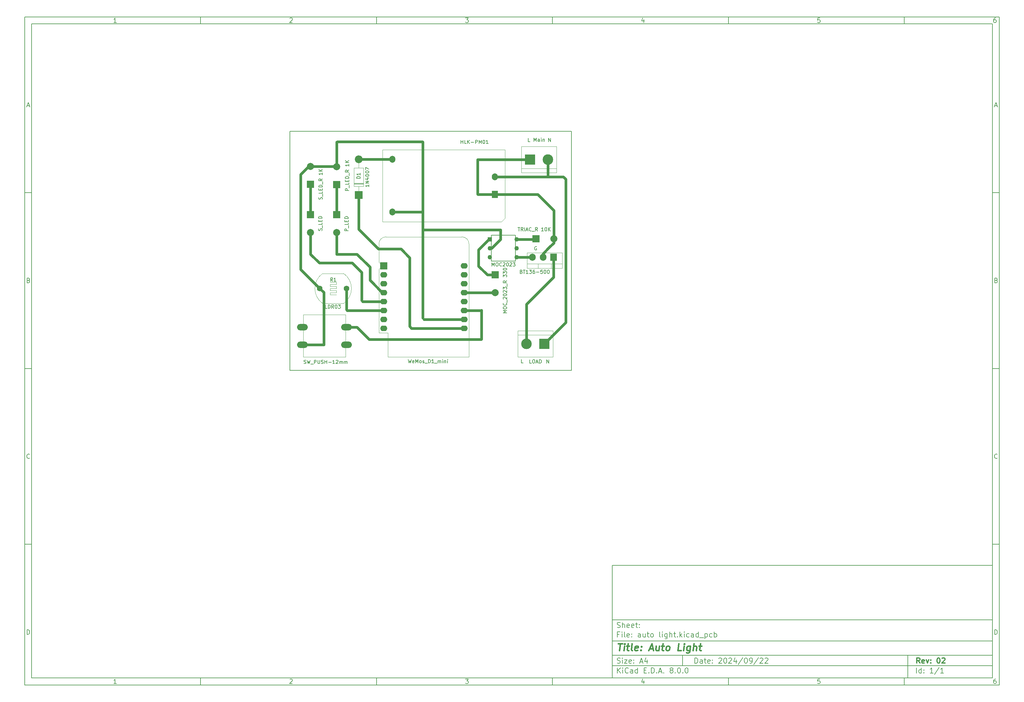
<source format=gbr>
%TF.GenerationSoftware,KiCad,Pcbnew,8.0.0*%
%TF.CreationDate,2024-09-22T00:05:50+06:00*%
%TF.ProjectId,auto light,6175746f-206c-4696-9768-742e6b696361,02*%
%TF.SameCoordinates,Original*%
%TF.FileFunction,AssemblyDrawing,Top*%
%FSLAX46Y46*%
G04 Gerber Fmt 4.6, Leading zero omitted, Abs format (unit mm)*
G04 Created by KiCad (PCBNEW 8.0.0) date 2024-09-22 00:05:50*
%MOMM*%
%LPD*%
G01*
G04 APERTURE LIST*
%ADD10C,0.100000*%
%ADD11C,0.150000*%
%ADD12C,0.300000*%
%ADD13C,0.400000*%
%ADD14C,0.127000*%
%TA.AperFunction,NonConductor*%
%ADD15C,0.200000*%
%TD*%
%TA.AperFunction,ComponentPad*%
%ADD16R,2.000000X2.000000*%
%TD*%
%TA.AperFunction,ComponentPad*%
%ADD17O,2.000000X1.600000*%
%TD*%
%TA.AperFunction,ComponentPad*%
%ADD18C,2.000000*%
%TD*%
%TA.AperFunction,ComponentPad*%
%ADD19R,2.200000X2.200000*%
%TD*%
%TA.AperFunction,ComponentPad*%
%ADD20O,2.200000X2.200000*%
%TD*%
%TA.AperFunction,ComponentPad*%
%ADD21R,1.905000X2.000000*%
%TD*%
%TA.AperFunction,ComponentPad*%
%ADD22O,1.905000X2.000000*%
%TD*%
%TA.AperFunction,ComponentPad*%
%ADD23R,3.000000X3.000000*%
%TD*%
%TA.AperFunction,ComponentPad*%
%ADD24C,3.000000*%
%TD*%
%TA.AperFunction,ComponentPad*%
%ADD25O,3.048000X1.850000*%
%TD*%
%TA.AperFunction,ComponentPad*%
%ADD26C,1.600000*%
%TD*%
%TA.AperFunction,ComponentPad*%
%ADD27R,1.700000X2.000000*%
%TD*%
%TA.AperFunction,ComponentPad*%
%ADD28O,1.700000X2.000000*%
%TD*%
%TA.AperFunction,ComponentPad*%
%ADD29C,1.260000*%
%TD*%
%TA.AperFunction,ComponentPad*%
%ADD30R,1.260000X1.260000*%
%TD*%
%TA.AperFunction,Conductor*%
%ADD31C,0.760000*%
%TD*%
G04 APERTURE END LIST*
D10*
D11*
X177002200Y-166007200D02*
X285002200Y-166007200D01*
X285002200Y-198007200D01*
X177002200Y-198007200D01*
X177002200Y-166007200D01*
D10*
D11*
X10000000Y-10000000D02*
X287002200Y-10000000D01*
X287002200Y-200007200D01*
X10000000Y-200007200D01*
X10000000Y-10000000D01*
D10*
D11*
X12000000Y-12000000D02*
X285002200Y-12000000D01*
X285002200Y-198007200D01*
X12000000Y-198007200D01*
X12000000Y-12000000D01*
D10*
D11*
X60000000Y-12000000D02*
X60000000Y-10000000D01*
D10*
D11*
X110000000Y-12000000D02*
X110000000Y-10000000D01*
D10*
D11*
X160000000Y-12000000D02*
X160000000Y-10000000D01*
D10*
D11*
X210000000Y-12000000D02*
X210000000Y-10000000D01*
D10*
D11*
X260000000Y-12000000D02*
X260000000Y-10000000D01*
D10*
D11*
X36089160Y-11593604D02*
X35346303Y-11593604D01*
X35717731Y-11593604D02*
X35717731Y-10293604D01*
X35717731Y-10293604D02*
X35593922Y-10479319D01*
X35593922Y-10479319D02*
X35470112Y-10603128D01*
X35470112Y-10603128D02*
X35346303Y-10665033D01*
D10*
D11*
X85346303Y-10417414D02*
X85408207Y-10355509D01*
X85408207Y-10355509D02*
X85532017Y-10293604D01*
X85532017Y-10293604D02*
X85841541Y-10293604D01*
X85841541Y-10293604D02*
X85965350Y-10355509D01*
X85965350Y-10355509D02*
X86027255Y-10417414D01*
X86027255Y-10417414D02*
X86089160Y-10541223D01*
X86089160Y-10541223D02*
X86089160Y-10665033D01*
X86089160Y-10665033D02*
X86027255Y-10850747D01*
X86027255Y-10850747D02*
X85284398Y-11593604D01*
X85284398Y-11593604D02*
X86089160Y-11593604D01*
D10*
D11*
X135284398Y-10293604D02*
X136089160Y-10293604D01*
X136089160Y-10293604D02*
X135655826Y-10788842D01*
X135655826Y-10788842D02*
X135841541Y-10788842D01*
X135841541Y-10788842D02*
X135965350Y-10850747D01*
X135965350Y-10850747D02*
X136027255Y-10912652D01*
X136027255Y-10912652D02*
X136089160Y-11036461D01*
X136089160Y-11036461D02*
X136089160Y-11345985D01*
X136089160Y-11345985D02*
X136027255Y-11469795D01*
X136027255Y-11469795D02*
X135965350Y-11531700D01*
X135965350Y-11531700D02*
X135841541Y-11593604D01*
X135841541Y-11593604D02*
X135470112Y-11593604D01*
X135470112Y-11593604D02*
X135346303Y-11531700D01*
X135346303Y-11531700D02*
X135284398Y-11469795D01*
D10*
D11*
X185965350Y-10726938D02*
X185965350Y-11593604D01*
X185655826Y-10231700D02*
X185346303Y-11160271D01*
X185346303Y-11160271D02*
X186151064Y-11160271D01*
D10*
D11*
X236027255Y-10293604D02*
X235408207Y-10293604D01*
X235408207Y-10293604D02*
X235346303Y-10912652D01*
X235346303Y-10912652D02*
X235408207Y-10850747D01*
X235408207Y-10850747D02*
X235532017Y-10788842D01*
X235532017Y-10788842D02*
X235841541Y-10788842D01*
X235841541Y-10788842D02*
X235965350Y-10850747D01*
X235965350Y-10850747D02*
X236027255Y-10912652D01*
X236027255Y-10912652D02*
X236089160Y-11036461D01*
X236089160Y-11036461D02*
X236089160Y-11345985D01*
X236089160Y-11345985D02*
X236027255Y-11469795D01*
X236027255Y-11469795D02*
X235965350Y-11531700D01*
X235965350Y-11531700D02*
X235841541Y-11593604D01*
X235841541Y-11593604D02*
X235532017Y-11593604D01*
X235532017Y-11593604D02*
X235408207Y-11531700D01*
X235408207Y-11531700D02*
X235346303Y-11469795D01*
D10*
D11*
X285965350Y-10293604D02*
X285717731Y-10293604D01*
X285717731Y-10293604D02*
X285593922Y-10355509D01*
X285593922Y-10355509D02*
X285532017Y-10417414D01*
X285532017Y-10417414D02*
X285408207Y-10603128D01*
X285408207Y-10603128D02*
X285346303Y-10850747D01*
X285346303Y-10850747D02*
X285346303Y-11345985D01*
X285346303Y-11345985D02*
X285408207Y-11469795D01*
X285408207Y-11469795D02*
X285470112Y-11531700D01*
X285470112Y-11531700D02*
X285593922Y-11593604D01*
X285593922Y-11593604D02*
X285841541Y-11593604D01*
X285841541Y-11593604D02*
X285965350Y-11531700D01*
X285965350Y-11531700D02*
X286027255Y-11469795D01*
X286027255Y-11469795D02*
X286089160Y-11345985D01*
X286089160Y-11345985D02*
X286089160Y-11036461D01*
X286089160Y-11036461D02*
X286027255Y-10912652D01*
X286027255Y-10912652D02*
X285965350Y-10850747D01*
X285965350Y-10850747D02*
X285841541Y-10788842D01*
X285841541Y-10788842D02*
X285593922Y-10788842D01*
X285593922Y-10788842D02*
X285470112Y-10850747D01*
X285470112Y-10850747D02*
X285408207Y-10912652D01*
X285408207Y-10912652D02*
X285346303Y-11036461D01*
D10*
D11*
X60000000Y-198007200D02*
X60000000Y-200007200D01*
D10*
D11*
X110000000Y-198007200D02*
X110000000Y-200007200D01*
D10*
D11*
X160000000Y-198007200D02*
X160000000Y-200007200D01*
D10*
D11*
X210000000Y-198007200D02*
X210000000Y-200007200D01*
D10*
D11*
X260000000Y-198007200D02*
X260000000Y-200007200D01*
D10*
D11*
X36089160Y-199600804D02*
X35346303Y-199600804D01*
X35717731Y-199600804D02*
X35717731Y-198300804D01*
X35717731Y-198300804D02*
X35593922Y-198486519D01*
X35593922Y-198486519D02*
X35470112Y-198610328D01*
X35470112Y-198610328D02*
X35346303Y-198672233D01*
D10*
D11*
X85346303Y-198424614D02*
X85408207Y-198362709D01*
X85408207Y-198362709D02*
X85532017Y-198300804D01*
X85532017Y-198300804D02*
X85841541Y-198300804D01*
X85841541Y-198300804D02*
X85965350Y-198362709D01*
X85965350Y-198362709D02*
X86027255Y-198424614D01*
X86027255Y-198424614D02*
X86089160Y-198548423D01*
X86089160Y-198548423D02*
X86089160Y-198672233D01*
X86089160Y-198672233D02*
X86027255Y-198857947D01*
X86027255Y-198857947D02*
X85284398Y-199600804D01*
X85284398Y-199600804D02*
X86089160Y-199600804D01*
D10*
D11*
X135284398Y-198300804D02*
X136089160Y-198300804D01*
X136089160Y-198300804D02*
X135655826Y-198796042D01*
X135655826Y-198796042D02*
X135841541Y-198796042D01*
X135841541Y-198796042D02*
X135965350Y-198857947D01*
X135965350Y-198857947D02*
X136027255Y-198919852D01*
X136027255Y-198919852D02*
X136089160Y-199043661D01*
X136089160Y-199043661D02*
X136089160Y-199353185D01*
X136089160Y-199353185D02*
X136027255Y-199476995D01*
X136027255Y-199476995D02*
X135965350Y-199538900D01*
X135965350Y-199538900D02*
X135841541Y-199600804D01*
X135841541Y-199600804D02*
X135470112Y-199600804D01*
X135470112Y-199600804D02*
X135346303Y-199538900D01*
X135346303Y-199538900D02*
X135284398Y-199476995D01*
D10*
D11*
X185965350Y-198734138D02*
X185965350Y-199600804D01*
X185655826Y-198238900D02*
X185346303Y-199167471D01*
X185346303Y-199167471D02*
X186151064Y-199167471D01*
D10*
D11*
X236027255Y-198300804D02*
X235408207Y-198300804D01*
X235408207Y-198300804D02*
X235346303Y-198919852D01*
X235346303Y-198919852D02*
X235408207Y-198857947D01*
X235408207Y-198857947D02*
X235532017Y-198796042D01*
X235532017Y-198796042D02*
X235841541Y-198796042D01*
X235841541Y-198796042D02*
X235965350Y-198857947D01*
X235965350Y-198857947D02*
X236027255Y-198919852D01*
X236027255Y-198919852D02*
X236089160Y-199043661D01*
X236089160Y-199043661D02*
X236089160Y-199353185D01*
X236089160Y-199353185D02*
X236027255Y-199476995D01*
X236027255Y-199476995D02*
X235965350Y-199538900D01*
X235965350Y-199538900D02*
X235841541Y-199600804D01*
X235841541Y-199600804D02*
X235532017Y-199600804D01*
X235532017Y-199600804D02*
X235408207Y-199538900D01*
X235408207Y-199538900D02*
X235346303Y-199476995D01*
D10*
D11*
X285965350Y-198300804D02*
X285717731Y-198300804D01*
X285717731Y-198300804D02*
X285593922Y-198362709D01*
X285593922Y-198362709D02*
X285532017Y-198424614D01*
X285532017Y-198424614D02*
X285408207Y-198610328D01*
X285408207Y-198610328D02*
X285346303Y-198857947D01*
X285346303Y-198857947D02*
X285346303Y-199353185D01*
X285346303Y-199353185D02*
X285408207Y-199476995D01*
X285408207Y-199476995D02*
X285470112Y-199538900D01*
X285470112Y-199538900D02*
X285593922Y-199600804D01*
X285593922Y-199600804D02*
X285841541Y-199600804D01*
X285841541Y-199600804D02*
X285965350Y-199538900D01*
X285965350Y-199538900D02*
X286027255Y-199476995D01*
X286027255Y-199476995D02*
X286089160Y-199353185D01*
X286089160Y-199353185D02*
X286089160Y-199043661D01*
X286089160Y-199043661D02*
X286027255Y-198919852D01*
X286027255Y-198919852D02*
X285965350Y-198857947D01*
X285965350Y-198857947D02*
X285841541Y-198796042D01*
X285841541Y-198796042D02*
X285593922Y-198796042D01*
X285593922Y-198796042D02*
X285470112Y-198857947D01*
X285470112Y-198857947D02*
X285408207Y-198919852D01*
X285408207Y-198919852D02*
X285346303Y-199043661D01*
D10*
D11*
X10000000Y-60000000D02*
X12000000Y-60000000D01*
D10*
D11*
X10000000Y-110000000D02*
X12000000Y-110000000D01*
D10*
D11*
X10000000Y-160000000D02*
X12000000Y-160000000D01*
D10*
D11*
X10690476Y-35222176D02*
X11309523Y-35222176D01*
X10566666Y-35593604D02*
X10999999Y-34293604D01*
X10999999Y-34293604D02*
X11433333Y-35593604D01*
D10*
D11*
X11092857Y-84912652D02*
X11278571Y-84974557D01*
X11278571Y-84974557D02*
X11340476Y-85036461D01*
X11340476Y-85036461D02*
X11402380Y-85160271D01*
X11402380Y-85160271D02*
X11402380Y-85345985D01*
X11402380Y-85345985D02*
X11340476Y-85469795D01*
X11340476Y-85469795D02*
X11278571Y-85531700D01*
X11278571Y-85531700D02*
X11154761Y-85593604D01*
X11154761Y-85593604D02*
X10659523Y-85593604D01*
X10659523Y-85593604D02*
X10659523Y-84293604D01*
X10659523Y-84293604D02*
X11092857Y-84293604D01*
X11092857Y-84293604D02*
X11216666Y-84355509D01*
X11216666Y-84355509D02*
X11278571Y-84417414D01*
X11278571Y-84417414D02*
X11340476Y-84541223D01*
X11340476Y-84541223D02*
X11340476Y-84665033D01*
X11340476Y-84665033D02*
X11278571Y-84788842D01*
X11278571Y-84788842D02*
X11216666Y-84850747D01*
X11216666Y-84850747D02*
X11092857Y-84912652D01*
X11092857Y-84912652D02*
X10659523Y-84912652D01*
D10*
D11*
X11402380Y-135469795D02*
X11340476Y-135531700D01*
X11340476Y-135531700D02*
X11154761Y-135593604D01*
X11154761Y-135593604D02*
X11030952Y-135593604D01*
X11030952Y-135593604D02*
X10845238Y-135531700D01*
X10845238Y-135531700D02*
X10721428Y-135407890D01*
X10721428Y-135407890D02*
X10659523Y-135284080D01*
X10659523Y-135284080D02*
X10597619Y-135036461D01*
X10597619Y-135036461D02*
X10597619Y-134850747D01*
X10597619Y-134850747D02*
X10659523Y-134603128D01*
X10659523Y-134603128D02*
X10721428Y-134479319D01*
X10721428Y-134479319D02*
X10845238Y-134355509D01*
X10845238Y-134355509D02*
X11030952Y-134293604D01*
X11030952Y-134293604D02*
X11154761Y-134293604D01*
X11154761Y-134293604D02*
X11340476Y-134355509D01*
X11340476Y-134355509D02*
X11402380Y-134417414D01*
D10*
D11*
X10659523Y-185593604D02*
X10659523Y-184293604D01*
X10659523Y-184293604D02*
X10969047Y-184293604D01*
X10969047Y-184293604D02*
X11154761Y-184355509D01*
X11154761Y-184355509D02*
X11278571Y-184479319D01*
X11278571Y-184479319D02*
X11340476Y-184603128D01*
X11340476Y-184603128D02*
X11402380Y-184850747D01*
X11402380Y-184850747D02*
X11402380Y-185036461D01*
X11402380Y-185036461D02*
X11340476Y-185284080D01*
X11340476Y-185284080D02*
X11278571Y-185407890D01*
X11278571Y-185407890D02*
X11154761Y-185531700D01*
X11154761Y-185531700D02*
X10969047Y-185593604D01*
X10969047Y-185593604D02*
X10659523Y-185593604D01*
D10*
D11*
X287002200Y-60000000D02*
X285002200Y-60000000D01*
D10*
D11*
X287002200Y-110000000D02*
X285002200Y-110000000D01*
D10*
D11*
X287002200Y-160000000D02*
X285002200Y-160000000D01*
D10*
D11*
X285692676Y-35222176D02*
X286311723Y-35222176D01*
X285568866Y-35593604D02*
X286002199Y-34293604D01*
X286002199Y-34293604D02*
X286435533Y-35593604D01*
D10*
D11*
X286095057Y-84912652D02*
X286280771Y-84974557D01*
X286280771Y-84974557D02*
X286342676Y-85036461D01*
X286342676Y-85036461D02*
X286404580Y-85160271D01*
X286404580Y-85160271D02*
X286404580Y-85345985D01*
X286404580Y-85345985D02*
X286342676Y-85469795D01*
X286342676Y-85469795D02*
X286280771Y-85531700D01*
X286280771Y-85531700D02*
X286156961Y-85593604D01*
X286156961Y-85593604D02*
X285661723Y-85593604D01*
X285661723Y-85593604D02*
X285661723Y-84293604D01*
X285661723Y-84293604D02*
X286095057Y-84293604D01*
X286095057Y-84293604D02*
X286218866Y-84355509D01*
X286218866Y-84355509D02*
X286280771Y-84417414D01*
X286280771Y-84417414D02*
X286342676Y-84541223D01*
X286342676Y-84541223D02*
X286342676Y-84665033D01*
X286342676Y-84665033D02*
X286280771Y-84788842D01*
X286280771Y-84788842D02*
X286218866Y-84850747D01*
X286218866Y-84850747D02*
X286095057Y-84912652D01*
X286095057Y-84912652D02*
X285661723Y-84912652D01*
D10*
D11*
X286404580Y-135469795D02*
X286342676Y-135531700D01*
X286342676Y-135531700D02*
X286156961Y-135593604D01*
X286156961Y-135593604D02*
X286033152Y-135593604D01*
X286033152Y-135593604D02*
X285847438Y-135531700D01*
X285847438Y-135531700D02*
X285723628Y-135407890D01*
X285723628Y-135407890D02*
X285661723Y-135284080D01*
X285661723Y-135284080D02*
X285599819Y-135036461D01*
X285599819Y-135036461D02*
X285599819Y-134850747D01*
X285599819Y-134850747D02*
X285661723Y-134603128D01*
X285661723Y-134603128D02*
X285723628Y-134479319D01*
X285723628Y-134479319D02*
X285847438Y-134355509D01*
X285847438Y-134355509D02*
X286033152Y-134293604D01*
X286033152Y-134293604D02*
X286156961Y-134293604D01*
X286156961Y-134293604D02*
X286342676Y-134355509D01*
X286342676Y-134355509D02*
X286404580Y-134417414D01*
D10*
D11*
X285661723Y-185593604D02*
X285661723Y-184293604D01*
X285661723Y-184293604D02*
X285971247Y-184293604D01*
X285971247Y-184293604D02*
X286156961Y-184355509D01*
X286156961Y-184355509D02*
X286280771Y-184479319D01*
X286280771Y-184479319D02*
X286342676Y-184603128D01*
X286342676Y-184603128D02*
X286404580Y-184850747D01*
X286404580Y-184850747D02*
X286404580Y-185036461D01*
X286404580Y-185036461D02*
X286342676Y-185284080D01*
X286342676Y-185284080D02*
X286280771Y-185407890D01*
X286280771Y-185407890D02*
X286156961Y-185531700D01*
X286156961Y-185531700D02*
X285971247Y-185593604D01*
X285971247Y-185593604D02*
X285661723Y-185593604D01*
D10*
D11*
X200458026Y-193793328D02*
X200458026Y-192293328D01*
X200458026Y-192293328D02*
X200815169Y-192293328D01*
X200815169Y-192293328D02*
X201029455Y-192364757D01*
X201029455Y-192364757D02*
X201172312Y-192507614D01*
X201172312Y-192507614D02*
X201243741Y-192650471D01*
X201243741Y-192650471D02*
X201315169Y-192936185D01*
X201315169Y-192936185D02*
X201315169Y-193150471D01*
X201315169Y-193150471D02*
X201243741Y-193436185D01*
X201243741Y-193436185D02*
X201172312Y-193579042D01*
X201172312Y-193579042D02*
X201029455Y-193721900D01*
X201029455Y-193721900D02*
X200815169Y-193793328D01*
X200815169Y-193793328D02*
X200458026Y-193793328D01*
X202600884Y-193793328D02*
X202600884Y-193007614D01*
X202600884Y-193007614D02*
X202529455Y-192864757D01*
X202529455Y-192864757D02*
X202386598Y-192793328D01*
X202386598Y-192793328D02*
X202100884Y-192793328D01*
X202100884Y-192793328D02*
X201958026Y-192864757D01*
X202600884Y-193721900D02*
X202458026Y-193793328D01*
X202458026Y-193793328D02*
X202100884Y-193793328D01*
X202100884Y-193793328D02*
X201958026Y-193721900D01*
X201958026Y-193721900D02*
X201886598Y-193579042D01*
X201886598Y-193579042D02*
X201886598Y-193436185D01*
X201886598Y-193436185D02*
X201958026Y-193293328D01*
X201958026Y-193293328D02*
X202100884Y-193221900D01*
X202100884Y-193221900D02*
X202458026Y-193221900D01*
X202458026Y-193221900D02*
X202600884Y-193150471D01*
X203100884Y-192793328D02*
X203672312Y-192793328D01*
X203315169Y-192293328D02*
X203315169Y-193579042D01*
X203315169Y-193579042D02*
X203386598Y-193721900D01*
X203386598Y-193721900D02*
X203529455Y-193793328D01*
X203529455Y-193793328D02*
X203672312Y-193793328D01*
X204743741Y-193721900D02*
X204600884Y-193793328D01*
X204600884Y-193793328D02*
X204315170Y-193793328D01*
X204315170Y-193793328D02*
X204172312Y-193721900D01*
X204172312Y-193721900D02*
X204100884Y-193579042D01*
X204100884Y-193579042D02*
X204100884Y-193007614D01*
X204100884Y-193007614D02*
X204172312Y-192864757D01*
X204172312Y-192864757D02*
X204315170Y-192793328D01*
X204315170Y-192793328D02*
X204600884Y-192793328D01*
X204600884Y-192793328D02*
X204743741Y-192864757D01*
X204743741Y-192864757D02*
X204815170Y-193007614D01*
X204815170Y-193007614D02*
X204815170Y-193150471D01*
X204815170Y-193150471D02*
X204100884Y-193293328D01*
X205458026Y-193650471D02*
X205529455Y-193721900D01*
X205529455Y-193721900D02*
X205458026Y-193793328D01*
X205458026Y-193793328D02*
X205386598Y-193721900D01*
X205386598Y-193721900D02*
X205458026Y-193650471D01*
X205458026Y-193650471D02*
X205458026Y-193793328D01*
X205458026Y-192864757D02*
X205529455Y-192936185D01*
X205529455Y-192936185D02*
X205458026Y-193007614D01*
X205458026Y-193007614D02*
X205386598Y-192936185D01*
X205386598Y-192936185D02*
X205458026Y-192864757D01*
X205458026Y-192864757D02*
X205458026Y-193007614D01*
X207243741Y-192436185D02*
X207315169Y-192364757D01*
X207315169Y-192364757D02*
X207458027Y-192293328D01*
X207458027Y-192293328D02*
X207815169Y-192293328D01*
X207815169Y-192293328D02*
X207958027Y-192364757D01*
X207958027Y-192364757D02*
X208029455Y-192436185D01*
X208029455Y-192436185D02*
X208100884Y-192579042D01*
X208100884Y-192579042D02*
X208100884Y-192721900D01*
X208100884Y-192721900D02*
X208029455Y-192936185D01*
X208029455Y-192936185D02*
X207172312Y-193793328D01*
X207172312Y-193793328D02*
X208100884Y-193793328D01*
X209029455Y-192293328D02*
X209172312Y-192293328D01*
X209172312Y-192293328D02*
X209315169Y-192364757D01*
X209315169Y-192364757D02*
X209386598Y-192436185D01*
X209386598Y-192436185D02*
X209458026Y-192579042D01*
X209458026Y-192579042D02*
X209529455Y-192864757D01*
X209529455Y-192864757D02*
X209529455Y-193221900D01*
X209529455Y-193221900D02*
X209458026Y-193507614D01*
X209458026Y-193507614D02*
X209386598Y-193650471D01*
X209386598Y-193650471D02*
X209315169Y-193721900D01*
X209315169Y-193721900D02*
X209172312Y-193793328D01*
X209172312Y-193793328D02*
X209029455Y-193793328D01*
X209029455Y-193793328D02*
X208886598Y-193721900D01*
X208886598Y-193721900D02*
X208815169Y-193650471D01*
X208815169Y-193650471D02*
X208743740Y-193507614D01*
X208743740Y-193507614D02*
X208672312Y-193221900D01*
X208672312Y-193221900D02*
X208672312Y-192864757D01*
X208672312Y-192864757D02*
X208743740Y-192579042D01*
X208743740Y-192579042D02*
X208815169Y-192436185D01*
X208815169Y-192436185D02*
X208886598Y-192364757D01*
X208886598Y-192364757D02*
X209029455Y-192293328D01*
X210100883Y-192436185D02*
X210172311Y-192364757D01*
X210172311Y-192364757D02*
X210315169Y-192293328D01*
X210315169Y-192293328D02*
X210672311Y-192293328D01*
X210672311Y-192293328D02*
X210815169Y-192364757D01*
X210815169Y-192364757D02*
X210886597Y-192436185D01*
X210886597Y-192436185D02*
X210958026Y-192579042D01*
X210958026Y-192579042D02*
X210958026Y-192721900D01*
X210958026Y-192721900D02*
X210886597Y-192936185D01*
X210886597Y-192936185D02*
X210029454Y-193793328D01*
X210029454Y-193793328D02*
X210958026Y-193793328D01*
X212243740Y-192793328D02*
X212243740Y-193793328D01*
X211886597Y-192221900D02*
X211529454Y-193293328D01*
X211529454Y-193293328D02*
X212458025Y-193293328D01*
X214100882Y-192221900D02*
X212815168Y-194150471D01*
X214886597Y-192293328D02*
X215029454Y-192293328D01*
X215029454Y-192293328D02*
X215172311Y-192364757D01*
X215172311Y-192364757D02*
X215243740Y-192436185D01*
X215243740Y-192436185D02*
X215315168Y-192579042D01*
X215315168Y-192579042D02*
X215386597Y-192864757D01*
X215386597Y-192864757D02*
X215386597Y-193221900D01*
X215386597Y-193221900D02*
X215315168Y-193507614D01*
X215315168Y-193507614D02*
X215243740Y-193650471D01*
X215243740Y-193650471D02*
X215172311Y-193721900D01*
X215172311Y-193721900D02*
X215029454Y-193793328D01*
X215029454Y-193793328D02*
X214886597Y-193793328D01*
X214886597Y-193793328D02*
X214743740Y-193721900D01*
X214743740Y-193721900D02*
X214672311Y-193650471D01*
X214672311Y-193650471D02*
X214600882Y-193507614D01*
X214600882Y-193507614D02*
X214529454Y-193221900D01*
X214529454Y-193221900D02*
X214529454Y-192864757D01*
X214529454Y-192864757D02*
X214600882Y-192579042D01*
X214600882Y-192579042D02*
X214672311Y-192436185D01*
X214672311Y-192436185D02*
X214743740Y-192364757D01*
X214743740Y-192364757D02*
X214886597Y-192293328D01*
X216100882Y-193793328D02*
X216386596Y-193793328D01*
X216386596Y-193793328D02*
X216529453Y-193721900D01*
X216529453Y-193721900D02*
X216600882Y-193650471D01*
X216600882Y-193650471D02*
X216743739Y-193436185D01*
X216743739Y-193436185D02*
X216815168Y-193150471D01*
X216815168Y-193150471D02*
X216815168Y-192579042D01*
X216815168Y-192579042D02*
X216743739Y-192436185D01*
X216743739Y-192436185D02*
X216672311Y-192364757D01*
X216672311Y-192364757D02*
X216529453Y-192293328D01*
X216529453Y-192293328D02*
X216243739Y-192293328D01*
X216243739Y-192293328D02*
X216100882Y-192364757D01*
X216100882Y-192364757D02*
X216029453Y-192436185D01*
X216029453Y-192436185D02*
X215958025Y-192579042D01*
X215958025Y-192579042D02*
X215958025Y-192936185D01*
X215958025Y-192936185D02*
X216029453Y-193079042D01*
X216029453Y-193079042D02*
X216100882Y-193150471D01*
X216100882Y-193150471D02*
X216243739Y-193221900D01*
X216243739Y-193221900D02*
X216529453Y-193221900D01*
X216529453Y-193221900D02*
X216672311Y-193150471D01*
X216672311Y-193150471D02*
X216743739Y-193079042D01*
X216743739Y-193079042D02*
X216815168Y-192936185D01*
X218529453Y-192221900D02*
X217243739Y-194150471D01*
X218958025Y-192436185D02*
X219029453Y-192364757D01*
X219029453Y-192364757D02*
X219172311Y-192293328D01*
X219172311Y-192293328D02*
X219529453Y-192293328D01*
X219529453Y-192293328D02*
X219672311Y-192364757D01*
X219672311Y-192364757D02*
X219743739Y-192436185D01*
X219743739Y-192436185D02*
X219815168Y-192579042D01*
X219815168Y-192579042D02*
X219815168Y-192721900D01*
X219815168Y-192721900D02*
X219743739Y-192936185D01*
X219743739Y-192936185D02*
X218886596Y-193793328D01*
X218886596Y-193793328D02*
X219815168Y-193793328D01*
X220386596Y-192436185D02*
X220458024Y-192364757D01*
X220458024Y-192364757D02*
X220600882Y-192293328D01*
X220600882Y-192293328D02*
X220958024Y-192293328D01*
X220958024Y-192293328D02*
X221100882Y-192364757D01*
X221100882Y-192364757D02*
X221172310Y-192436185D01*
X221172310Y-192436185D02*
X221243739Y-192579042D01*
X221243739Y-192579042D02*
X221243739Y-192721900D01*
X221243739Y-192721900D02*
X221172310Y-192936185D01*
X221172310Y-192936185D02*
X220315167Y-193793328D01*
X220315167Y-193793328D02*
X221243739Y-193793328D01*
D10*
D11*
X177002200Y-194507200D02*
X285002200Y-194507200D01*
D10*
D11*
X178458026Y-196593328D02*
X178458026Y-195093328D01*
X179315169Y-196593328D02*
X178672312Y-195736185D01*
X179315169Y-195093328D02*
X178458026Y-195950471D01*
X179958026Y-196593328D02*
X179958026Y-195593328D01*
X179958026Y-195093328D02*
X179886598Y-195164757D01*
X179886598Y-195164757D02*
X179958026Y-195236185D01*
X179958026Y-195236185D02*
X180029455Y-195164757D01*
X180029455Y-195164757D02*
X179958026Y-195093328D01*
X179958026Y-195093328D02*
X179958026Y-195236185D01*
X181529455Y-196450471D02*
X181458027Y-196521900D01*
X181458027Y-196521900D02*
X181243741Y-196593328D01*
X181243741Y-196593328D02*
X181100884Y-196593328D01*
X181100884Y-196593328D02*
X180886598Y-196521900D01*
X180886598Y-196521900D02*
X180743741Y-196379042D01*
X180743741Y-196379042D02*
X180672312Y-196236185D01*
X180672312Y-196236185D02*
X180600884Y-195950471D01*
X180600884Y-195950471D02*
X180600884Y-195736185D01*
X180600884Y-195736185D02*
X180672312Y-195450471D01*
X180672312Y-195450471D02*
X180743741Y-195307614D01*
X180743741Y-195307614D02*
X180886598Y-195164757D01*
X180886598Y-195164757D02*
X181100884Y-195093328D01*
X181100884Y-195093328D02*
X181243741Y-195093328D01*
X181243741Y-195093328D02*
X181458027Y-195164757D01*
X181458027Y-195164757D02*
X181529455Y-195236185D01*
X182815170Y-196593328D02*
X182815170Y-195807614D01*
X182815170Y-195807614D02*
X182743741Y-195664757D01*
X182743741Y-195664757D02*
X182600884Y-195593328D01*
X182600884Y-195593328D02*
X182315170Y-195593328D01*
X182315170Y-195593328D02*
X182172312Y-195664757D01*
X182815170Y-196521900D02*
X182672312Y-196593328D01*
X182672312Y-196593328D02*
X182315170Y-196593328D01*
X182315170Y-196593328D02*
X182172312Y-196521900D01*
X182172312Y-196521900D02*
X182100884Y-196379042D01*
X182100884Y-196379042D02*
X182100884Y-196236185D01*
X182100884Y-196236185D02*
X182172312Y-196093328D01*
X182172312Y-196093328D02*
X182315170Y-196021900D01*
X182315170Y-196021900D02*
X182672312Y-196021900D01*
X182672312Y-196021900D02*
X182815170Y-195950471D01*
X184172313Y-196593328D02*
X184172313Y-195093328D01*
X184172313Y-196521900D02*
X184029455Y-196593328D01*
X184029455Y-196593328D02*
X183743741Y-196593328D01*
X183743741Y-196593328D02*
X183600884Y-196521900D01*
X183600884Y-196521900D02*
X183529455Y-196450471D01*
X183529455Y-196450471D02*
X183458027Y-196307614D01*
X183458027Y-196307614D02*
X183458027Y-195879042D01*
X183458027Y-195879042D02*
X183529455Y-195736185D01*
X183529455Y-195736185D02*
X183600884Y-195664757D01*
X183600884Y-195664757D02*
X183743741Y-195593328D01*
X183743741Y-195593328D02*
X184029455Y-195593328D01*
X184029455Y-195593328D02*
X184172313Y-195664757D01*
X186029455Y-195807614D02*
X186529455Y-195807614D01*
X186743741Y-196593328D02*
X186029455Y-196593328D01*
X186029455Y-196593328D02*
X186029455Y-195093328D01*
X186029455Y-195093328D02*
X186743741Y-195093328D01*
X187386598Y-196450471D02*
X187458027Y-196521900D01*
X187458027Y-196521900D02*
X187386598Y-196593328D01*
X187386598Y-196593328D02*
X187315170Y-196521900D01*
X187315170Y-196521900D02*
X187386598Y-196450471D01*
X187386598Y-196450471D02*
X187386598Y-196593328D01*
X188100884Y-196593328D02*
X188100884Y-195093328D01*
X188100884Y-195093328D02*
X188458027Y-195093328D01*
X188458027Y-195093328D02*
X188672313Y-195164757D01*
X188672313Y-195164757D02*
X188815170Y-195307614D01*
X188815170Y-195307614D02*
X188886599Y-195450471D01*
X188886599Y-195450471D02*
X188958027Y-195736185D01*
X188958027Y-195736185D02*
X188958027Y-195950471D01*
X188958027Y-195950471D02*
X188886599Y-196236185D01*
X188886599Y-196236185D02*
X188815170Y-196379042D01*
X188815170Y-196379042D02*
X188672313Y-196521900D01*
X188672313Y-196521900D02*
X188458027Y-196593328D01*
X188458027Y-196593328D02*
X188100884Y-196593328D01*
X189600884Y-196450471D02*
X189672313Y-196521900D01*
X189672313Y-196521900D02*
X189600884Y-196593328D01*
X189600884Y-196593328D02*
X189529456Y-196521900D01*
X189529456Y-196521900D02*
X189600884Y-196450471D01*
X189600884Y-196450471D02*
X189600884Y-196593328D01*
X190243742Y-196164757D02*
X190958028Y-196164757D01*
X190100885Y-196593328D02*
X190600885Y-195093328D01*
X190600885Y-195093328D02*
X191100885Y-196593328D01*
X191600884Y-196450471D02*
X191672313Y-196521900D01*
X191672313Y-196521900D02*
X191600884Y-196593328D01*
X191600884Y-196593328D02*
X191529456Y-196521900D01*
X191529456Y-196521900D02*
X191600884Y-196450471D01*
X191600884Y-196450471D02*
X191600884Y-196593328D01*
X193672313Y-195736185D02*
X193529456Y-195664757D01*
X193529456Y-195664757D02*
X193458027Y-195593328D01*
X193458027Y-195593328D02*
X193386599Y-195450471D01*
X193386599Y-195450471D02*
X193386599Y-195379042D01*
X193386599Y-195379042D02*
X193458027Y-195236185D01*
X193458027Y-195236185D02*
X193529456Y-195164757D01*
X193529456Y-195164757D02*
X193672313Y-195093328D01*
X193672313Y-195093328D02*
X193958027Y-195093328D01*
X193958027Y-195093328D02*
X194100885Y-195164757D01*
X194100885Y-195164757D02*
X194172313Y-195236185D01*
X194172313Y-195236185D02*
X194243742Y-195379042D01*
X194243742Y-195379042D02*
X194243742Y-195450471D01*
X194243742Y-195450471D02*
X194172313Y-195593328D01*
X194172313Y-195593328D02*
X194100885Y-195664757D01*
X194100885Y-195664757D02*
X193958027Y-195736185D01*
X193958027Y-195736185D02*
X193672313Y-195736185D01*
X193672313Y-195736185D02*
X193529456Y-195807614D01*
X193529456Y-195807614D02*
X193458027Y-195879042D01*
X193458027Y-195879042D02*
X193386599Y-196021900D01*
X193386599Y-196021900D02*
X193386599Y-196307614D01*
X193386599Y-196307614D02*
X193458027Y-196450471D01*
X193458027Y-196450471D02*
X193529456Y-196521900D01*
X193529456Y-196521900D02*
X193672313Y-196593328D01*
X193672313Y-196593328D02*
X193958027Y-196593328D01*
X193958027Y-196593328D02*
X194100885Y-196521900D01*
X194100885Y-196521900D02*
X194172313Y-196450471D01*
X194172313Y-196450471D02*
X194243742Y-196307614D01*
X194243742Y-196307614D02*
X194243742Y-196021900D01*
X194243742Y-196021900D02*
X194172313Y-195879042D01*
X194172313Y-195879042D02*
X194100885Y-195807614D01*
X194100885Y-195807614D02*
X193958027Y-195736185D01*
X194886598Y-196450471D02*
X194958027Y-196521900D01*
X194958027Y-196521900D02*
X194886598Y-196593328D01*
X194886598Y-196593328D02*
X194815170Y-196521900D01*
X194815170Y-196521900D02*
X194886598Y-196450471D01*
X194886598Y-196450471D02*
X194886598Y-196593328D01*
X195886599Y-195093328D02*
X196029456Y-195093328D01*
X196029456Y-195093328D02*
X196172313Y-195164757D01*
X196172313Y-195164757D02*
X196243742Y-195236185D01*
X196243742Y-195236185D02*
X196315170Y-195379042D01*
X196315170Y-195379042D02*
X196386599Y-195664757D01*
X196386599Y-195664757D02*
X196386599Y-196021900D01*
X196386599Y-196021900D02*
X196315170Y-196307614D01*
X196315170Y-196307614D02*
X196243742Y-196450471D01*
X196243742Y-196450471D02*
X196172313Y-196521900D01*
X196172313Y-196521900D02*
X196029456Y-196593328D01*
X196029456Y-196593328D02*
X195886599Y-196593328D01*
X195886599Y-196593328D02*
X195743742Y-196521900D01*
X195743742Y-196521900D02*
X195672313Y-196450471D01*
X195672313Y-196450471D02*
X195600884Y-196307614D01*
X195600884Y-196307614D02*
X195529456Y-196021900D01*
X195529456Y-196021900D02*
X195529456Y-195664757D01*
X195529456Y-195664757D02*
X195600884Y-195379042D01*
X195600884Y-195379042D02*
X195672313Y-195236185D01*
X195672313Y-195236185D02*
X195743742Y-195164757D01*
X195743742Y-195164757D02*
X195886599Y-195093328D01*
X197029455Y-196450471D02*
X197100884Y-196521900D01*
X197100884Y-196521900D02*
X197029455Y-196593328D01*
X197029455Y-196593328D02*
X196958027Y-196521900D01*
X196958027Y-196521900D02*
X197029455Y-196450471D01*
X197029455Y-196450471D02*
X197029455Y-196593328D01*
X198029456Y-195093328D02*
X198172313Y-195093328D01*
X198172313Y-195093328D02*
X198315170Y-195164757D01*
X198315170Y-195164757D02*
X198386599Y-195236185D01*
X198386599Y-195236185D02*
X198458027Y-195379042D01*
X198458027Y-195379042D02*
X198529456Y-195664757D01*
X198529456Y-195664757D02*
X198529456Y-196021900D01*
X198529456Y-196021900D02*
X198458027Y-196307614D01*
X198458027Y-196307614D02*
X198386599Y-196450471D01*
X198386599Y-196450471D02*
X198315170Y-196521900D01*
X198315170Y-196521900D02*
X198172313Y-196593328D01*
X198172313Y-196593328D02*
X198029456Y-196593328D01*
X198029456Y-196593328D02*
X197886599Y-196521900D01*
X197886599Y-196521900D02*
X197815170Y-196450471D01*
X197815170Y-196450471D02*
X197743741Y-196307614D01*
X197743741Y-196307614D02*
X197672313Y-196021900D01*
X197672313Y-196021900D02*
X197672313Y-195664757D01*
X197672313Y-195664757D02*
X197743741Y-195379042D01*
X197743741Y-195379042D02*
X197815170Y-195236185D01*
X197815170Y-195236185D02*
X197886599Y-195164757D01*
X197886599Y-195164757D02*
X198029456Y-195093328D01*
D10*
D11*
X177002200Y-191507200D02*
X285002200Y-191507200D01*
D10*
D12*
X264413853Y-193785528D02*
X263913853Y-193071242D01*
X263556710Y-193785528D02*
X263556710Y-192285528D01*
X263556710Y-192285528D02*
X264128139Y-192285528D01*
X264128139Y-192285528D02*
X264270996Y-192356957D01*
X264270996Y-192356957D02*
X264342425Y-192428385D01*
X264342425Y-192428385D02*
X264413853Y-192571242D01*
X264413853Y-192571242D02*
X264413853Y-192785528D01*
X264413853Y-192785528D02*
X264342425Y-192928385D01*
X264342425Y-192928385D02*
X264270996Y-192999814D01*
X264270996Y-192999814D02*
X264128139Y-193071242D01*
X264128139Y-193071242D02*
X263556710Y-193071242D01*
X265628139Y-193714100D02*
X265485282Y-193785528D01*
X265485282Y-193785528D02*
X265199568Y-193785528D01*
X265199568Y-193785528D02*
X265056710Y-193714100D01*
X265056710Y-193714100D02*
X264985282Y-193571242D01*
X264985282Y-193571242D02*
X264985282Y-192999814D01*
X264985282Y-192999814D02*
X265056710Y-192856957D01*
X265056710Y-192856957D02*
X265199568Y-192785528D01*
X265199568Y-192785528D02*
X265485282Y-192785528D01*
X265485282Y-192785528D02*
X265628139Y-192856957D01*
X265628139Y-192856957D02*
X265699568Y-192999814D01*
X265699568Y-192999814D02*
X265699568Y-193142671D01*
X265699568Y-193142671D02*
X264985282Y-193285528D01*
X266199567Y-192785528D02*
X266556710Y-193785528D01*
X266556710Y-193785528D02*
X266913853Y-192785528D01*
X267485281Y-193642671D02*
X267556710Y-193714100D01*
X267556710Y-193714100D02*
X267485281Y-193785528D01*
X267485281Y-193785528D02*
X267413853Y-193714100D01*
X267413853Y-193714100D02*
X267485281Y-193642671D01*
X267485281Y-193642671D02*
X267485281Y-193785528D01*
X267485281Y-192856957D02*
X267556710Y-192928385D01*
X267556710Y-192928385D02*
X267485281Y-192999814D01*
X267485281Y-192999814D02*
X267413853Y-192928385D01*
X267413853Y-192928385D02*
X267485281Y-192856957D01*
X267485281Y-192856957D02*
X267485281Y-192999814D01*
X269628139Y-192285528D02*
X269770996Y-192285528D01*
X269770996Y-192285528D02*
X269913853Y-192356957D01*
X269913853Y-192356957D02*
X269985282Y-192428385D01*
X269985282Y-192428385D02*
X270056710Y-192571242D01*
X270056710Y-192571242D02*
X270128139Y-192856957D01*
X270128139Y-192856957D02*
X270128139Y-193214100D01*
X270128139Y-193214100D02*
X270056710Y-193499814D01*
X270056710Y-193499814D02*
X269985282Y-193642671D01*
X269985282Y-193642671D02*
X269913853Y-193714100D01*
X269913853Y-193714100D02*
X269770996Y-193785528D01*
X269770996Y-193785528D02*
X269628139Y-193785528D01*
X269628139Y-193785528D02*
X269485282Y-193714100D01*
X269485282Y-193714100D02*
X269413853Y-193642671D01*
X269413853Y-193642671D02*
X269342424Y-193499814D01*
X269342424Y-193499814D02*
X269270996Y-193214100D01*
X269270996Y-193214100D02*
X269270996Y-192856957D01*
X269270996Y-192856957D02*
X269342424Y-192571242D01*
X269342424Y-192571242D02*
X269413853Y-192428385D01*
X269413853Y-192428385D02*
X269485282Y-192356957D01*
X269485282Y-192356957D02*
X269628139Y-192285528D01*
X270699567Y-192428385D02*
X270770995Y-192356957D01*
X270770995Y-192356957D02*
X270913853Y-192285528D01*
X270913853Y-192285528D02*
X271270995Y-192285528D01*
X271270995Y-192285528D02*
X271413853Y-192356957D01*
X271413853Y-192356957D02*
X271485281Y-192428385D01*
X271485281Y-192428385D02*
X271556710Y-192571242D01*
X271556710Y-192571242D02*
X271556710Y-192714100D01*
X271556710Y-192714100D02*
X271485281Y-192928385D01*
X271485281Y-192928385D02*
X270628138Y-193785528D01*
X270628138Y-193785528D02*
X271556710Y-193785528D01*
D10*
D11*
X178386598Y-193721900D02*
X178600884Y-193793328D01*
X178600884Y-193793328D02*
X178958026Y-193793328D01*
X178958026Y-193793328D02*
X179100884Y-193721900D01*
X179100884Y-193721900D02*
X179172312Y-193650471D01*
X179172312Y-193650471D02*
X179243741Y-193507614D01*
X179243741Y-193507614D02*
X179243741Y-193364757D01*
X179243741Y-193364757D02*
X179172312Y-193221900D01*
X179172312Y-193221900D02*
X179100884Y-193150471D01*
X179100884Y-193150471D02*
X178958026Y-193079042D01*
X178958026Y-193079042D02*
X178672312Y-193007614D01*
X178672312Y-193007614D02*
X178529455Y-192936185D01*
X178529455Y-192936185D02*
X178458026Y-192864757D01*
X178458026Y-192864757D02*
X178386598Y-192721900D01*
X178386598Y-192721900D02*
X178386598Y-192579042D01*
X178386598Y-192579042D02*
X178458026Y-192436185D01*
X178458026Y-192436185D02*
X178529455Y-192364757D01*
X178529455Y-192364757D02*
X178672312Y-192293328D01*
X178672312Y-192293328D02*
X179029455Y-192293328D01*
X179029455Y-192293328D02*
X179243741Y-192364757D01*
X179886597Y-193793328D02*
X179886597Y-192793328D01*
X179886597Y-192293328D02*
X179815169Y-192364757D01*
X179815169Y-192364757D02*
X179886597Y-192436185D01*
X179886597Y-192436185D02*
X179958026Y-192364757D01*
X179958026Y-192364757D02*
X179886597Y-192293328D01*
X179886597Y-192293328D02*
X179886597Y-192436185D01*
X180458026Y-192793328D02*
X181243741Y-192793328D01*
X181243741Y-192793328D02*
X180458026Y-193793328D01*
X180458026Y-193793328D02*
X181243741Y-193793328D01*
X182386598Y-193721900D02*
X182243741Y-193793328D01*
X182243741Y-193793328D02*
X181958027Y-193793328D01*
X181958027Y-193793328D02*
X181815169Y-193721900D01*
X181815169Y-193721900D02*
X181743741Y-193579042D01*
X181743741Y-193579042D02*
X181743741Y-193007614D01*
X181743741Y-193007614D02*
X181815169Y-192864757D01*
X181815169Y-192864757D02*
X181958027Y-192793328D01*
X181958027Y-192793328D02*
X182243741Y-192793328D01*
X182243741Y-192793328D02*
X182386598Y-192864757D01*
X182386598Y-192864757D02*
X182458027Y-193007614D01*
X182458027Y-193007614D02*
X182458027Y-193150471D01*
X182458027Y-193150471D02*
X181743741Y-193293328D01*
X183100883Y-193650471D02*
X183172312Y-193721900D01*
X183172312Y-193721900D02*
X183100883Y-193793328D01*
X183100883Y-193793328D02*
X183029455Y-193721900D01*
X183029455Y-193721900D02*
X183100883Y-193650471D01*
X183100883Y-193650471D02*
X183100883Y-193793328D01*
X183100883Y-192864757D02*
X183172312Y-192936185D01*
X183172312Y-192936185D02*
X183100883Y-193007614D01*
X183100883Y-193007614D02*
X183029455Y-192936185D01*
X183029455Y-192936185D02*
X183100883Y-192864757D01*
X183100883Y-192864757D02*
X183100883Y-193007614D01*
X184886598Y-193364757D02*
X185600884Y-193364757D01*
X184743741Y-193793328D02*
X185243741Y-192293328D01*
X185243741Y-192293328D02*
X185743741Y-193793328D01*
X186886598Y-192793328D02*
X186886598Y-193793328D01*
X186529455Y-192221900D02*
X186172312Y-193293328D01*
X186172312Y-193293328D02*
X187100883Y-193293328D01*
D10*
D11*
X263458026Y-196593328D02*
X263458026Y-195093328D01*
X264815170Y-196593328D02*
X264815170Y-195093328D01*
X264815170Y-196521900D02*
X264672312Y-196593328D01*
X264672312Y-196593328D02*
X264386598Y-196593328D01*
X264386598Y-196593328D02*
X264243741Y-196521900D01*
X264243741Y-196521900D02*
X264172312Y-196450471D01*
X264172312Y-196450471D02*
X264100884Y-196307614D01*
X264100884Y-196307614D02*
X264100884Y-195879042D01*
X264100884Y-195879042D02*
X264172312Y-195736185D01*
X264172312Y-195736185D02*
X264243741Y-195664757D01*
X264243741Y-195664757D02*
X264386598Y-195593328D01*
X264386598Y-195593328D02*
X264672312Y-195593328D01*
X264672312Y-195593328D02*
X264815170Y-195664757D01*
X265529455Y-196450471D02*
X265600884Y-196521900D01*
X265600884Y-196521900D02*
X265529455Y-196593328D01*
X265529455Y-196593328D02*
X265458027Y-196521900D01*
X265458027Y-196521900D02*
X265529455Y-196450471D01*
X265529455Y-196450471D02*
X265529455Y-196593328D01*
X265529455Y-195664757D02*
X265600884Y-195736185D01*
X265600884Y-195736185D02*
X265529455Y-195807614D01*
X265529455Y-195807614D02*
X265458027Y-195736185D01*
X265458027Y-195736185D02*
X265529455Y-195664757D01*
X265529455Y-195664757D02*
X265529455Y-195807614D01*
X268172313Y-196593328D02*
X267315170Y-196593328D01*
X267743741Y-196593328D02*
X267743741Y-195093328D01*
X267743741Y-195093328D02*
X267600884Y-195307614D01*
X267600884Y-195307614D02*
X267458027Y-195450471D01*
X267458027Y-195450471D02*
X267315170Y-195521900D01*
X269886598Y-195021900D02*
X268600884Y-196950471D01*
X271172313Y-196593328D02*
X270315170Y-196593328D01*
X270743741Y-196593328D02*
X270743741Y-195093328D01*
X270743741Y-195093328D02*
X270600884Y-195307614D01*
X270600884Y-195307614D02*
X270458027Y-195450471D01*
X270458027Y-195450471D02*
X270315170Y-195521900D01*
D10*
D11*
X177002200Y-187507200D02*
X285002200Y-187507200D01*
D10*
D13*
X178693928Y-188211638D02*
X179836785Y-188211638D01*
X179015357Y-190211638D02*
X179265357Y-188211638D01*
X180253452Y-190211638D02*
X180420119Y-188878304D01*
X180503452Y-188211638D02*
X180396309Y-188306876D01*
X180396309Y-188306876D02*
X180479643Y-188402114D01*
X180479643Y-188402114D02*
X180586786Y-188306876D01*
X180586786Y-188306876D02*
X180503452Y-188211638D01*
X180503452Y-188211638D02*
X180479643Y-188402114D01*
X181086786Y-188878304D02*
X181848690Y-188878304D01*
X181455833Y-188211638D02*
X181241548Y-189925923D01*
X181241548Y-189925923D02*
X181312976Y-190116400D01*
X181312976Y-190116400D02*
X181491548Y-190211638D01*
X181491548Y-190211638D02*
X181682024Y-190211638D01*
X182634405Y-190211638D02*
X182455833Y-190116400D01*
X182455833Y-190116400D02*
X182384405Y-189925923D01*
X182384405Y-189925923D02*
X182598690Y-188211638D01*
X184170119Y-190116400D02*
X183967738Y-190211638D01*
X183967738Y-190211638D02*
X183586785Y-190211638D01*
X183586785Y-190211638D02*
X183408214Y-190116400D01*
X183408214Y-190116400D02*
X183336785Y-189925923D01*
X183336785Y-189925923D02*
X183432024Y-189164019D01*
X183432024Y-189164019D02*
X183551071Y-188973542D01*
X183551071Y-188973542D02*
X183753452Y-188878304D01*
X183753452Y-188878304D02*
X184134404Y-188878304D01*
X184134404Y-188878304D02*
X184312976Y-188973542D01*
X184312976Y-188973542D02*
X184384404Y-189164019D01*
X184384404Y-189164019D02*
X184360595Y-189354495D01*
X184360595Y-189354495D02*
X183384404Y-189544971D01*
X185134405Y-190021161D02*
X185217738Y-190116400D01*
X185217738Y-190116400D02*
X185110595Y-190211638D01*
X185110595Y-190211638D02*
X185027262Y-190116400D01*
X185027262Y-190116400D02*
X185134405Y-190021161D01*
X185134405Y-190021161D02*
X185110595Y-190211638D01*
X185265357Y-188973542D02*
X185348690Y-189068780D01*
X185348690Y-189068780D02*
X185241548Y-189164019D01*
X185241548Y-189164019D02*
X185158214Y-189068780D01*
X185158214Y-189068780D02*
X185265357Y-188973542D01*
X185265357Y-188973542D02*
X185241548Y-189164019D01*
X187562977Y-189640209D02*
X188515358Y-189640209D01*
X187301072Y-190211638D02*
X188217739Y-188211638D01*
X188217739Y-188211638D02*
X188634405Y-190211638D01*
X190324882Y-188878304D02*
X190158215Y-190211638D01*
X189467739Y-188878304D02*
X189336787Y-189925923D01*
X189336787Y-189925923D02*
X189408215Y-190116400D01*
X189408215Y-190116400D02*
X189586787Y-190211638D01*
X189586787Y-190211638D02*
X189872501Y-190211638D01*
X189872501Y-190211638D02*
X190074882Y-190116400D01*
X190074882Y-190116400D02*
X190182025Y-190021161D01*
X190991549Y-188878304D02*
X191753453Y-188878304D01*
X191360596Y-188211638D02*
X191146311Y-189925923D01*
X191146311Y-189925923D02*
X191217739Y-190116400D01*
X191217739Y-190116400D02*
X191396311Y-190211638D01*
X191396311Y-190211638D02*
X191586787Y-190211638D01*
X192539168Y-190211638D02*
X192360596Y-190116400D01*
X192360596Y-190116400D02*
X192277263Y-190021161D01*
X192277263Y-190021161D02*
X192205834Y-189830685D01*
X192205834Y-189830685D02*
X192277263Y-189259257D01*
X192277263Y-189259257D02*
X192396310Y-189068780D01*
X192396310Y-189068780D02*
X192503453Y-188973542D01*
X192503453Y-188973542D02*
X192705834Y-188878304D01*
X192705834Y-188878304D02*
X192991548Y-188878304D01*
X192991548Y-188878304D02*
X193170120Y-188973542D01*
X193170120Y-188973542D02*
X193253453Y-189068780D01*
X193253453Y-189068780D02*
X193324882Y-189259257D01*
X193324882Y-189259257D02*
X193253453Y-189830685D01*
X193253453Y-189830685D02*
X193134406Y-190021161D01*
X193134406Y-190021161D02*
X193027263Y-190116400D01*
X193027263Y-190116400D02*
X192824882Y-190211638D01*
X192824882Y-190211638D02*
X192539168Y-190211638D01*
X196539168Y-190211638D02*
X195586787Y-190211638D01*
X195586787Y-190211638D02*
X195836787Y-188211638D01*
X197205835Y-190211638D02*
X197372502Y-188878304D01*
X197455835Y-188211638D02*
X197348692Y-188306876D01*
X197348692Y-188306876D02*
X197432026Y-188402114D01*
X197432026Y-188402114D02*
X197539169Y-188306876D01*
X197539169Y-188306876D02*
X197455835Y-188211638D01*
X197455835Y-188211638D02*
X197432026Y-188402114D01*
X199182026Y-188878304D02*
X198979645Y-190497352D01*
X198979645Y-190497352D02*
X198860597Y-190687828D01*
X198860597Y-190687828D02*
X198753454Y-190783066D01*
X198753454Y-190783066D02*
X198551073Y-190878304D01*
X198551073Y-190878304D02*
X198265359Y-190878304D01*
X198265359Y-190878304D02*
X198086788Y-190783066D01*
X199027264Y-190116400D02*
X198824883Y-190211638D01*
X198824883Y-190211638D02*
X198443931Y-190211638D01*
X198443931Y-190211638D02*
X198265359Y-190116400D01*
X198265359Y-190116400D02*
X198182026Y-190021161D01*
X198182026Y-190021161D02*
X198110597Y-189830685D01*
X198110597Y-189830685D02*
X198182026Y-189259257D01*
X198182026Y-189259257D02*
X198301073Y-189068780D01*
X198301073Y-189068780D02*
X198408216Y-188973542D01*
X198408216Y-188973542D02*
X198610597Y-188878304D01*
X198610597Y-188878304D02*
X198991550Y-188878304D01*
X198991550Y-188878304D02*
X199170121Y-188973542D01*
X199967740Y-190211638D02*
X200217740Y-188211638D01*
X200824883Y-190211638D02*
X200955835Y-189164019D01*
X200955835Y-189164019D02*
X200884407Y-188973542D01*
X200884407Y-188973542D02*
X200705835Y-188878304D01*
X200705835Y-188878304D02*
X200420121Y-188878304D01*
X200420121Y-188878304D02*
X200217740Y-188973542D01*
X200217740Y-188973542D02*
X200110597Y-189068780D01*
X201658217Y-188878304D02*
X202420121Y-188878304D01*
X202027264Y-188211638D02*
X201812979Y-189925923D01*
X201812979Y-189925923D02*
X201884407Y-190116400D01*
X201884407Y-190116400D02*
X202062979Y-190211638D01*
X202062979Y-190211638D02*
X202253455Y-190211638D01*
D10*
D11*
X178958026Y-185607614D02*
X178458026Y-185607614D01*
X178458026Y-186393328D02*
X178458026Y-184893328D01*
X178458026Y-184893328D02*
X179172312Y-184893328D01*
X179743740Y-186393328D02*
X179743740Y-185393328D01*
X179743740Y-184893328D02*
X179672312Y-184964757D01*
X179672312Y-184964757D02*
X179743740Y-185036185D01*
X179743740Y-185036185D02*
X179815169Y-184964757D01*
X179815169Y-184964757D02*
X179743740Y-184893328D01*
X179743740Y-184893328D02*
X179743740Y-185036185D01*
X180672312Y-186393328D02*
X180529455Y-186321900D01*
X180529455Y-186321900D02*
X180458026Y-186179042D01*
X180458026Y-186179042D02*
X180458026Y-184893328D01*
X181815169Y-186321900D02*
X181672312Y-186393328D01*
X181672312Y-186393328D02*
X181386598Y-186393328D01*
X181386598Y-186393328D02*
X181243740Y-186321900D01*
X181243740Y-186321900D02*
X181172312Y-186179042D01*
X181172312Y-186179042D02*
X181172312Y-185607614D01*
X181172312Y-185607614D02*
X181243740Y-185464757D01*
X181243740Y-185464757D02*
X181386598Y-185393328D01*
X181386598Y-185393328D02*
X181672312Y-185393328D01*
X181672312Y-185393328D02*
X181815169Y-185464757D01*
X181815169Y-185464757D02*
X181886598Y-185607614D01*
X181886598Y-185607614D02*
X181886598Y-185750471D01*
X181886598Y-185750471D02*
X181172312Y-185893328D01*
X182529454Y-186250471D02*
X182600883Y-186321900D01*
X182600883Y-186321900D02*
X182529454Y-186393328D01*
X182529454Y-186393328D02*
X182458026Y-186321900D01*
X182458026Y-186321900D02*
X182529454Y-186250471D01*
X182529454Y-186250471D02*
X182529454Y-186393328D01*
X182529454Y-185464757D02*
X182600883Y-185536185D01*
X182600883Y-185536185D02*
X182529454Y-185607614D01*
X182529454Y-185607614D02*
X182458026Y-185536185D01*
X182458026Y-185536185D02*
X182529454Y-185464757D01*
X182529454Y-185464757D02*
X182529454Y-185607614D01*
X185029455Y-186393328D02*
X185029455Y-185607614D01*
X185029455Y-185607614D02*
X184958026Y-185464757D01*
X184958026Y-185464757D02*
X184815169Y-185393328D01*
X184815169Y-185393328D02*
X184529455Y-185393328D01*
X184529455Y-185393328D02*
X184386597Y-185464757D01*
X185029455Y-186321900D02*
X184886597Y-186393328D01*
X184886597Y-186393328D02*
X184529455Y-186393328D01*
X184529455Y-186393328D02*
X184386597Y-186321900D01*
X184386597Y-186321900D02*
X184315169Y-186179042D01*
X184315169Y-186179042D02*
X184315169Y-186036185D01*
X184315169Y-186036185D02*
X184386597Y-185893328D01*
X184386597Y-185893328D02*
X184529455Y-185821900D01*
X184529455Y-185821900D02*
X184886597Y-185821900D01*
X184886597Y-185821900D02*
X185029455Y-185750471D01*
X186386598Y-185393328D02*
X186386598Y-186393328D01*
X185743740Y-185393328D02*
X185743740Y-186179042D01*
X185743740Y-186179042D02*
X185815169Y-186321900D01*
X185815169Y-186321900D02*
X185958026Y-186393328D01*
X185958026Y-186393328D02*
X186172312Y-186393328D01*
X186172312Y-186393328D02*
X186315169Y-186321900D01*
X186315169Y-186321900D02*
X186386598Y-186250471D01*
X186886598Y-185393328D02*
X187458026Y-185393328D01*
X187100883Y-184893328D02*
X187100883Y-186179042D01*
X187100883Y-186179042D02*
X187172312Y-186321900D01*
X187172312Y-186321900D02*
X187315169Y-186393328D01*
X187315169Y-186393328D02*
X187458026Y-186393328D01*
X188172312Y-186393328D02*
X188029455Y-186321900D01*
X188029455Y-186321900D02*
X187958026Y-186250471D01*
X187958026Y-186250471D02*
X187886598Y-186107614D01*
X187886598Y-186107614D02*
X187886598Y-185679042D01*
X187886598Y-185679042D02*
X187958026Y-185536185D01*
X187958026Y-185536185D02*
X188029455Y-185464757D01*
X188029455Y-185464757D02*
X188172312Y-185393328D01*
X188172312Y-185393328D02*
X188386598Y-185393328D01*
X188386598Y-185393328D02*
X188529455Y-185464757D01*
X188529455Y-185464757D02*
X188600884Y-185536185D01*
X188600884Y-185536185D02*
X188672312Y-185679042D01*
X188672312Y-185679042D02*
X188672312Y-186107614D01*
X188672312Y-186107614D02*
X188600884Y-186250471D01*
X188600884Y-186250471D02*
X188529455Y-186321900D01*
X188529455Y-186321900D02*
X188386598Y-186393328D01*
X188386598Y-186393328D02*
X188172312Y-186393328D01*
X190672312Y-186393328D02*
X190529455Y-186321900D01*
X190529455Y-186321900D02*
X190458026Y-186179042D01*
X190458026Y-186179042D02*
X190458026Y-184893328D01*
X191243740Y-186393328D02*
X191243740Y-185393328D01*
X191243740Y-184893328D02*
X191172312Y-184964757D01*
X191172312Y-184964757D02*
X191243740Y-185036185D01*
X191243740Y-185036185D02*
X191315169Y-184964757D01*
X191315169Y-184964757D02*
X191243740Y-184893328D01*
X191243740Y-184893328D02*
X191243740Y-185036185D01*
X192600884Y-185393328D02*
X192600884Y-186607614D01*
X192600884Y-186607614D02*
X192529455Y-186750471D01*
X192529455Y-186750471D02*
X192458026Y-186821900D01*
X192458026Y-186821900D02*
X192315169Y-186893328D01*
X192315169Y-186893328D02*
X192100884Y-186893328D01*
X192100884Y-186893328D02*
X191958026Y-186821900D01*
X192600884Y-186321900D02*
X192458026Y-186393328D01*
X192458026Y-186393328D02*
X192172312Y-186393328D01*
X192172312Y-186393328D02*
X192029455Y-186321900D01*
X192029455Y-186321900D02*
X191958026Y-186250471D01*
X191958026Y-186250471D02*
X191886598Y-186107614D01*
X191886598Y-186107614D02*
X191886598Y-185679042D01*
X191886598Y-185679042D02*
X191958026Y-185536185D01*
X191958026Y-185536185D02*
X192029455Y-185464757D01*
X192029455Y-185464757D02*
X192172312Y-185393328D01*
X192172312Y-185393328D02*
X192458026Y-185393328D01*
X192458026Y-185393328D02*
X192600884Y-185464757D01*
X193315169Y-186393328D02*
X193315169Y-184893328D01*
X193958027Y-186393328D02*
X193958027Y-185607614D01*
X193958027Y-185607614D02*
X193886598Y-185464757D01*
X193886598Y-185464757D02*
X193743741Y-185393328D01*
X193743741Y-185393328D02*
X193529455Y-185393328D01*
X193529455Y-185393328D02*
X193386598Y-185464757D01*
X193386598Y-185464757D02*
X193315169Y-185536185D01*
X194458027Y-185393328D02*
X195029455Y-185393328D01*
X194672312Y-184893328D02*
X194672312Y-186179042D01*
X194672312Y-186179042D02*
X194743741Y-186321900D01*
X194743741Y-186321900D02*
X194886598Y-186393328D01*
X194886598Y-186393328D02*
X195029455Y-186393328D01*
X195529455Y-186250471D02*
X195600884Y-186321900D01*
X195600884Y-186321900D02*
X195529455Y-186393328D01*
X195529455Y-186393328D02*
X195458027Y-186321900D01*
X195458027Y-186321900D02*
X195529455Y-186250471D01*
X195529455Y-186250471D02*
X195529455Y-186393328D01*
X196243741Y-186393328D02*
X196243741Y-184893328D01*
X196386599Y-185821900D02*
X196815170Y-186393328D01*
X196815170Y-185393328D02*
X196243741Y-185964757D01*
X197458027Y-186393328D02*
X197458027Y-185393328D01*
X197458027Y-184893328D02*
X197386599Y-184964757D01*
X197386599Y-184964757D02*
X197458027Y-185036185D01*
X197458027Y-185036185D02*
X197529456Y-184964757D01*
X197529456Y-184964757D02*
X197458027Y-184893328D01*
X197458027Y-184893328D02*
X197458027Y-185036185D01*
X198815171Y-186321900D02*
X198672313Y-186393328D01*
X198672313Y-186393328D02*
X198386599Y-186393328D01*
X198386599Y-186393328D02*
X198243742Y-186321900D01*
X198243742Y-186321900D02*
X198172313Y-186250471D01*
X198172313Y-186250471D02*
X198100885Y-186107614D01*
X198100885Y-186107614D02*
X198100885Y-185679042D01*
X198100885Y-185679042D02*
X198172313Y-185536185D01*
X198172313Y-185536185D02*
X198243742Y-185464757D01*
X198243742Y-185464757D02*
X198386599Y-185393328D01*
X198386599Y-185393328D02*
X198672313Y-185393328D01*
X198672313Y-185393328D02*
X198815171Y-185464757D01*
X200100885Y-186393328D02*
X200100885Y-185607614D01*
X200100885Y-185607614D02*
X200029456Y-185464757D01*
X200029456Y-185464757D02*
X199886599Y-185393328D01*
X199886599Y-185393328D02*
X199600885Y-185393328D01*
X199600885Y-185393328D02*
X199458027Y-185464757D01*
X200100885Y-186321900D02*
X199958027Y-186393328D01*
X199958027Y-186393328D02*
X199600885Y-186393328D01*
X199600885Y-186393328D02*
X199458027Y-186321900D01*
X199458027Y-186321900D02*
X199386599Y-186179042D01*
X199386599Y-186179042D02*
X199386599Y-186036185D01*
X199386599Y-186036185D02*
X199458027Y-185893328D01*
X199458027Y-185893328D02*
X199600885Y-185821900D01*
X199600885Y-185821900D02*
X199958027Y-185821900D01*
X199958027Y-185821900D02*
X200100885Y-185750471D01*
X201458028Y-186393328D02*
X201458028Y-184893328D01*
X201458028Y-186321900D02*
X201315170Y-186393328D01*
X201315170Y-186393328D02*
X201029456Y-186393328D01*
X201029456Y-186393328D02*
X200886599Y-186321900D01*
X200886599Y-186321900D02*
X200815170Y-186250471D01*
X200815170Y-186250471D02*
X200743742Y-186107614D01*
X200743742Y-186107614D02*
X200743742Y-185679042D01*
X200743742Y-185679042D02*
X200815170Y-185536185D01*
X200815170Y-185536185D02*
X200886599Y-185464757D01*
X200886599Y-185464757D02*
X201029456Y-185393328D01*
X201029456Y-185393328D02*
X201315170Y-185393328D01*
X201315170Y-185393328D02*
X201458028Y-185464757D01*
X201815171Y-186536185D02*
X202958028Y-186536185D01*
X203315170Y-185393328D02*
X203315170Y-186893328D01*
X203315170Y-185464757D02*
X203458028Y-185393328D01*
X203458028Y-185393328D02*
X203743742Y-185393328D01*
X203743742Y-185393328D02*
X203886599Y-185464757D01*
X203886599Y-185464757D02*
X203958028Y-185536185D01*
X203958028Y-185536185D02*
X204029456Y-185679042D01*
X204029456Y-185679042D02*
X204029456Y-186107614D01*
X204029456Y-186107614D02*
X203958028Y-186250471D01*
X203958028Y-186250471D02*
X203886599Y-186321900D01*
X203886599Y-186321900D02*
X203743742Y-186393328D01*
X203743742Y-186393328D02*
X203458028Y-186393328D01*
X203458028Y-186393328D02*
X203315170Y-186321900D01*
X205315171Y-186321900D02*
X205172313Y-186393328D01*
X205172313Y-186393328D02*
X204886599Y-186393328D01*
X204886599Y-186393328D02*
X204743742Y-186321900D01*
X204743742Y-186321900D02*
X204672313Y-186250471D01*
X204672313Y-186250471D02*
X204600885Y-186107614D01*
X204600885Y-186107614D02*
X204600885Y-185679042D01*
X204600885Y-185679042D02*
X204672313Y-185536185D01*
X204672313Y-185536185D02*
X204743742Y-185464757D01*
X204743742Y-185464757D02*
X204886599Y-185393328D01*
X204886599Y-185393328D02*
X205172313Y-185393328D01*
X205172313Y-185393328D02*
X205315171Y-185464757D01*
X205958027Y-186393328D02*
X205958027Y-184893328D01*
X205958027Y-185464757D02*
X206100885Y-185393328D01*
X206100885Y-185393328D02*
X206386599Y-185393328D01*
X206386599Y-185393328D02*
X206529456Y-185464757D01*
X206529456Y-185464757D02*
X206600885Y-185536185D01*
X206600885Y-185536185D02*
X206672313Y-185679042D01*
X206672313Y-185679042D02*
X206672313Y-186107614D01*
X206672313Y-186107614D02*
X206600885Y-186250471D01*
X206600885Y-186250471D02*
X206529456Y-186321900D01*
X206529456Y-186321900D02*
X206386599Y-186393328D01*
X206386599Y-186393328D02*
X206100885Y-186393328D01*
X206100885Y-186393328D02*
X205958027Y-186321900D01*
D10*
D11*
X177002200Y-181507200D02*
X285002200Y-181507200D01*
D10*
D11*
X178386598Y-183621900D02*
X178600884Y-183693328D01*
X178600884Y-183693328D02*
X178958026Y-183693328D01*
X178958026Y-183693328D02*
X179100884Y-183621900D01*
X179100884Y-183621900D02*
X179172312Y-183550471D01*
X179172312Y-183550471D02*
X179243741Y-183407614D01*
X179243741Y-183407614D02*
X179243741Y-183264757D01*
X179243741Y-183264757D02*
X179172312Y-183121900D01*
X179172312Y-183121900D02*
X179100884Y-183050471D01*
X179100884Y-183050471D02*
X178958026Y-182979042D01*
X178958026Y-182979042D02*
X178672312Y-182907614D01*
X178672312Y-182907614D02*
X178529455Y-182836185D01*
X178529455Y-182836185D02*
X178458026Y-182764757D01*
X178458026Y-182764757D02*
X178386598Y-182621900D01*
X178386598Y-182621900D02*
X178386598Y-182479042D01*
X178386598Y-182479042D02*
X178458026Y-182336185D01*
X178458026Y-182336185D02*
X178529455Y-182264757D01*
X178529455Y-182264757D02*
X178672312Y-182193328D01*
X178672312Y-182193328D02*
X179029455Y-182193328D01*
X179029455Y-182193328D02*
X179243741Y-182264757D01*
X179886597Y-183693328D02*
X179886597Y-182193328D01*
X180529455Y-183693328D02*
X180529455Y-182907614D01*
X180529455Y-182907614D02*
X180458026Y-182764757D01*
X180458026Y-182764757D02*
X180315169Y-182693328D01*
X180315169Y-182693328D02*
X180100883Y-182693328D01*
X180100883Y-182693328D02*
X179958026Y-182764757D01*
X179958026Y-182764757D02*
X179886597Y-182836185D01*
X181815169Y-183621900D02*
X181672312Y-183693328D01*
X181672312Y-183693328D02*
X181386598Y-183693328D01*
X181386598Y-183693328D02*
X181243740Y-183621900D01*
X181243740Y-183621900D02*
X181172312Y-183479042D01*
X181172312Y-183479042D02*
X181172312Y-182907614D01*
X181172312Y-182907614D02*
X181243740Y-182764757D01*
X181243740Y-182764757D02*
X181386598Y-182693328D01*
X181386598Y-182693328D02*
X181672312Y-182693328D01*
X181672312Y-182693328D02*
X181815169Y-182764757D01*
X181815169Y-182764757D02*
X181886598Y-182907614D01*
X181886598Y-182907614D02*
X181886598Y-183050471D01*
X181886598Y-183050471D02*
X181172312Y-183193328D01*
X183100883Y-183621900D02*
X182958026Y-183693328D01*
X182958026Y-183693328D02*
X182672312Y-183693328D01*
X182672312Y-183693328D02*
X182529454Y-183621900D01*
X182529454Y-183621900D02*
X182458026Y-183479042D01*
X182458026Y-183479042D02*
X182458026Y-182907614D01*
X182458026Y-182907614D02*
X182529454Y-182764757D01*
X182529454Y-182764757D02*
X182672312Y-182693328D01*
X182672312Y-182693328D02*
X182958026Y-182693328D01*
X182958026Y-182693328D02*
X183100883Y-182764757D01*
X183100883Y-182764757D02*
X183172312Y-182907614D01*
X183172312Y-182907614D02*
X183172312Y-183050471D01*
X183172312Y-183050471D02*
X182458026Y-183193328D01*
X183600883Y-182693328D02*
X184172311Y-182693328D01*
X183815168Y-182193328D02*
X183815168Y-183479042D01*
X183815168Y-183479042D02*
X183886597Y-183621900D01*
X183886597Y-183621900D02*
X184029454Y-183693328D01*
X184029454Y-183693328D02*
X184172311Y-183693328D01*
X184672311Y-183550471D02*
X184743740Y-183621900D01*
X184743740Y-183621900D02*
X184672311Y-183693328D01*
X184672311Y-183693328D02*
X184600883Y-183621900D01*
X184600883Y-183621900D02*
X184672311Y-183550471D01*
X184672311Y-183550471D02*
X184672311Y-183693328D01*
X184672311Y-182764757D02*
X184743740Y-182836185D01*
X184743740Y-182836185D02*
X184672311Y-182907614D01*
X184672311Y-182907614D02*
X184600883Y-182836185D01*
X184600883Y-182836185D02*
X184672311Y-182764757D01*
X184672311Y-182764757D02*
X184672311Y-182907614D01*
D10*
D12*
D10*
D11*
D10*
D11*
D10*
D11*
D10*
D11*
D10*
D11*
X197002200Y-191507200D02*
X197002200Y-194507200D01*
D10*
D11*
X261002200Y-191507200D02*
X261002200Y-198007200D01*
X158386779Y-108494819D02*
X158386779Y-107494819D01*
X158386779Y-107494819D02*
X158958207Y-108494819D01*
X158958207Y-108494819D02*
X158958207Y-107494819D01*
X153612969Y-45469819D02*
X153136779Y-45469819D01*
X153136779Y-45469819D02*
X153136779Y-44469819D01*
X151662969Y-108419819D02*
X151186779Y-108419819D01*
X151186779Y-108419819D02*
X151186779Y-107419819D01*
X155460588Y-75342438D02*
X155365350Y-75294819D01*
X155365350Y-75294819D02*
X155222493Y-75294819D01*
X155222493Y-75294819D02*
X155079636Y-75342438D01*
X155079636Y-75342438D02*
X154984398Y-75437676D01*
X154984398Y-75437676D02*
X154936779Y-75532914D01*
X154936779Y-75532914D02*
X154889160Y-75723390D01*
X154889160Y-75723390D02*
X154889160Y-75866247D01*
X154889160Y-75866247D02*
X154936779Y-76056723D01*
X154936779Y-76056723D02*
X154984398Y-76151961D01*
X154984398Y-76151961D02*
X155079636Y-76247200D01*
X155079636Y-76247200D02*
X155222493Y-76294819D01*
X155222493Y-76294819D02*
X155317731Y-76294819D01*
X155317731Y-76294819D02*
X155460588Y-76247200D01*
X155460588Y-76247200D02*
X155508207Y-76199580D01*
X155508207Y-76199580D02*
X155508207Y-75866247D01*
X155508207Y-75866247D02*
X155317731Y-75866247D01*
X158861779Y-45469819D02*
X158861779Y-44469819D01*
X158861779Y-44469819D02*
X159433207Y-45469819D01*
X159433207Y-45469819D02*
X159433207Y-44469819D01*
X119030953Y-107404819D02*
X119269048Y-108404819D01*
X119269048Y-108404819D02*
X119459524Y-107690533D01*
X119459524Y-107690533D02*
X119650000Y-108404819D01*
X119650000Y-108404819D02*
X119888096Y-107404819D01*
X120650000Y-108357200D02*
X120554762Y-108404819D01*
X120554762Y-108404819D02*
X120364286Y-108404819D01*
X120364286Y-108404819D02*
X120269048Y-108357200D01*
X120269048Y-108357200D02*
X120221429Y-108261961D01*
X120221429Y-108261961D02*
X120221429Y-107881009D01*
X120221429Y-107881009D02*
X120269048Y-107785771D01*
X120269048Y-107785771D02*
X120364286Y-107738152D01*
X120364286Y-107738152D02*
X120554762Y-107738152D01*
X120554762Y-107738152D02*
X120650000Y-107785771D01*
X120650000Y-107785771D02*
X120697619Y-107881009D01*
X120697619Y-107881009D02*
X120697619Y-107976247D01*
X120697619Y-107976247D02*
X120221429Y-108071485D01*
X121126191Y-108404819D02*
X121126191Y-107404819D01*
X121126191Y-107404819D02*
X121459524Y-108119104D01*
X121459524Y-108119104D02*
X121792857Y-107404819D01*
X121792857Y-107404819D02*
X121792857Y-108404819D01*
X122411905Y-108404819D02*
X122316667Y-108357200D01*
X122316667Y-108357200D02*
X122269048Y-108309580D01*
X122269048Y-108309580D02*
X122221429Y-108214342D01*
X122221429Y-108214342D02*
X122221429Y-107928628D01*
X122221429Y-107928628D02*
X122269048Y-107833390D01*
X122269048Y-107833390D02*
X122316667Y-107785771D01*
X122316667Y-107785771D02*
X122411905Y-107738152D01*
X122411905Y-107738152D02*
X122554762Y-107738152D01*
X122554762Y-107738152D02*
X122650000Y-107785771D01*
X122650000Y-107785771D02*
X122697619Y-107833390D01*
X122697619Y-107833390D02*
X122745238Y-107928628D01*
X122745238Y-107928628D02*
X122745238Y-108214342D01*
X122745238Y-108214342D02*
X122697619Y-108309580D01*
X122697619Y-108309580D02*
X122650000Y-108357200D01*
X122650000Y-108357200D02*
X122554762Y-108404819D01*
X122554762Y-108404819D02*
X122411905Y-108404819D01*
X123126191Y-108357200D02*
X123221429Y-108404819D01*
X123221429Y-108404819D02*
X123411905Y-108404819D01*
X123411905Y-108404819D02*
X123507143Y-108357200D01*
X123507143Y-108357200D02*
X123554762Y-108261961D01*
X123554762Y-108261961D02*
X123554762Y-108214342D01*
X123554762Y-108214342D02*
X123507143Y-108119104D01*
X123507143Y-108119104D02*
X123411905Y-108071485D01*
X123411905Y-108071485D02*
X123269048Y-108071485D01*
X123269048Y-108071485D02*
X123173810Y-108023866D01*
X123173810Y-108023866D02*
X123126191Y-107928628D01*
X123126191Y-107928628D02*
X123126191Y-107881009D01*
X123126191Y-107881009D02*
X123173810Y-107785771D01*
X123173810Y-107785771D02*
X123269048Y-107738152D01*
X123269048Y-107738152D02*
X123411905Y-107738152D01*
X123411905Y-107738152D02*
X123507143Y-107785771D01*
X123745239Y-108500057D02*
X124507143Y-108500057D01*
X124745239Y-108404819D02*
X124745239Y-107404819D01*
X124745239Y-107404819D02*
X124983334Y-107404819D01*
X124983334Y-107404819D02*
X125126191Y-107452438D01*
X125126191Y-107452438D02*
X125221429Y-107547676D01*
X125221429Y-107547676D02*
X125269048Y-107642914D01*
X125269048Y-107642914D02*
X125316667Y-107833390D01*
X125316667Y-107833390D02*
X125316667Y-107976247D01*
X125316667Y-107976247D02*
X125269048Y-108166723D01*
X125269048Y-108166723D02*
X125221429Y-108261961D01*
X125221429Y-108261961D02*
X125126191Y-108357200D01*
X125126191Y-108357200D02*
X124983334Y-108404819D01*
X124983334Y-108404819D02*
X124745239Y-108404819D01*
X126269048Y-108404819D02*
X125697620Y-108404819D01*
X125983334Y-108404819D02*
X125983334Y-107404819D01*
X125983334Y-107404819D02*
X125888096Y-107547676D01*
X125888096Y-107547676D02*
X125792858Y-107642914D01*
X125792858Y-107642914D02*
X125697620Y-107690533D01*
X126459525Y-108500057D02*
X127221429Y-108500057D01*
X127459525Y-108404819D02*
X127459525Y-107738152D01*
X127459525Y-107833390D02*
X127507144Y-107785771D01*
X127507144Y-107785771D02*
X127602382Y-107738152D01*
X127602382Y-107738152D02*
X127745239Y-107738152D01*
X127745239Y-107738152D02*
X127840477Y-107785771D01*
X127840477Y-107785771D02*
X127888096Y-107881009D01*
X127888096Y-107881009D02*
X127888096Y-108404819D01*
X127888096Y-107881009D02*
X127935715Y-107785771D01*
X127935715Y-107785771D02*
X128030953Y-107738152D01*
X128030953Y-107738152D02*
X128173810Y-107738152D01*
X128173810Y-107738152D02*
X128269049Y-107785771D01*
X128269049Y-107785771D02*
X128316668Y-107881009D01*
X128316668Y-107881009D02*
X128316668Y-108404819D01*
X128792858Y-108404819D02*
X128792858Y-107738152D01*
X128792858Y-107404819D02*
X128745239Y-107452438D01*
X128745239Y-107452438D02*
X128792858Y-107500057D01*
X128792858Y-107500057D02*
X128840477Y-107452438D01*
X128840477Y-107452438D02*
X128792858Y-107404819D01*
X128792858Y-107404819D02*
X128792858Y-107500057D01*
X129269048Y-107738152D02*
X129269048Y-108404819D01*
X129269048Y-107833390D02*
X129316667Y-107785771D01*
X129316667Y-107785771D02*
X129411905Y-107738152D01*
X129411905Y-107738152D02*
X129554762Y-107738152D01*
X129554762Y-107738152D02*
X129650000Y-107785771D01*
X129650000Y-107785771D02*
X129697619Y-107881009D01*
X129697619Y-107881009D02*
X129697619Y-108404819D01*
X130173810Y-108404819D02*
X130173810Y-107738152D01*
X130173810Y-107404819D02*
X130126191Y-107452438D01*
X130126191Y-107452438D02*
X130173810Y-107500057D01*
X130173810Y-107500057D02*
X130221429Y-107452438D01*
X130221429Y-107452438D02*
X130173810Y-107404819D01*
X130173810Y-107404819D02*
X130173810Y-107500057D01*
X101929819Y-70834999D02*
X100929819Y-70834999D01*
X100929819Y-70834999D02*
X100929819Y-70454047D01*
X100929819Y-70454047D02*
X100977438Y-70358809D01*
X100977438Y-70358809D02*
X101025057Y-70311190D01*
X101025057Y-70311190D02*
X101120295Y-70263571D01*
X101120295Y-70263571D02*
X101263152Y-70263571D01*
X101263152Y-70263571D02*
X101358390Y-70311190D01*
X101358390Y-70311190D02*
X101406009Y-70358809D01*
X101406009Y-70358809D02*
X101453628Y-70454047D01*
X101453628Y-70454047D02*
X101453628Y-70834999D01*
X102025057Y-70073095D02*
X102025057Y-69311190D01*
X101929819Y-68596904D02*
X101929819Y-69073094D01*
X101929819Y-69073094D02*
X100929819Y-69073094D01*
X101406009Y-68263570D02*
X101406009Y-67930237D01*
X101929819Y-67787380D02*
X101929819Y-68263570D01*
X101929819Y-68263570D02*
X100929819Y-68263570D01*
X100929819Y-68263570D02*
X100929819Y-67787380D01*
X101929819Y-67358808D02*
X100929819Y-67358808D01*
X100929819Y-67358808D02*
X100929819Y-67120713D01*
X100929819Y-67120713D02*
X100977438Y-66977856D01*
X100977438Y-66977856D02*
X101072676Y-66882618D01*
X101072676Y-66882618D02*
X101167914Y-66834999D01*
X101167914Y-66834999D02*
X101358390Y-66787380D01*
X101358390Y-66787380D02*
X101501247Y-66787380D01*
X101501247Y-66787380D02*
X101691723Y-66834999D01*
X101691723Y-66834999D02*
X101786961Y-66882618D01*
X101786961Y-66882618D02*
X101882200Y-66977856D01*
X101882200Y-66977856D02*
X101929819Y-67120713D01*
X101929819Y-67120713D02*
X101929819Y-67358808D01*
X107849819Y-57717857D02*
X107849819Y-58289285D01*
X107849819Y-58003571D02*
X106849819Y-58003571D01*
X106849819Y-58003571D02*
X106992676Y-58098809D01*
X106992676Y-58098809D02*
X107087914Y-58194047D01*
X107087914Y-58194047D02*
X107135533Y-58289285D01*
X107849819Y-57289285D02*
X106849819Y-57289285D01*
X106849819Y-57289285D02*
X107849819Y-56717857D01*
X107849819Y-56717857D02*
X106849819Y-56717857D01*
X107183152Y-55813095D02*
X107849819Y-55813095D01*
X106802200Y-56051190D02*
X107516485Y-56289285D01*
X107516485Y-56289285D02*
X107516485Y-55670238D01*
X106849819Y-55098809D02*
X106849819Y-55003571D01*
X106849819Y-55003571D02*
X106897438Y-54908333D01*
X106897438Y-54908333D02*
X106945057Y-54860714D01*
X106945057Y-54860714D02*
X107040295Y-54813095D01*
X107040295Y-54813095D02*
X107230771Y-54765476D01*
X107230771Y-54765476D02*
X107468866Y-54765476D01*
X107468866Y-54765476D02*
X107659342Y-54813095D01*
X107659342Y-54813095D02*
X107754580Y-54860714D01*
X107754580Y-54860714D02*
X107802200Y-54908333D01*
X107802200Y-54908333D02*
X107849819Y-55003571D01*
X107849819Y-55003571D02*
X107849819Y-55098809D01*
X107849819Y-55098809D02*
X107802200Y-55194047D01*
X107802200Y-55194047D02*
X107754580Y-55241666D01*
X107754580Y-55241666D02*
X107659342Y-55289285D01*
X107659342Y-55289285D02*
X107468866Y-55336904D01*
X107468866Y-55336904D02*
X107230771Y-55336904D01*
X107230771Y-55336904D02*
X107040295Y-55289285D01*
X107040295Y-55289285D02*
X106945057Y-55241666D01*
X106945057Y-55241666D02*
X106897438Y-55194047D01*
X106897438Y-55194047D02*
X106849819Y-55098809D01*
X106849819Y-54146428D02*
X106849819Y-54051190D01*
X106849819Y-54051190D02*
X106897438Y-53955952D01*
X106897438Y-53955952D02*
X106945057Y-53908333D01*
X106945057Y-53908333D02*
X107040295Y-53860714D01*
X107040295Y-53860714D02*
X107230771Y-53813095D01*
X107230771Y-53813095D02*
X107468866Y-53813095D01*
X107468866Y-53813095D02*
X107659342Y-53860714D01*
X107659342Y-53860714D02*
X107754580Y-53908333D01*
X107754580Y-53908333D02*
X107802200Y-53955952D01*
X107802200Y-53955952D02*
X107849819Y-54051190D01*
X107849819Y-54051190D02*
X107849819Y-54146428D01*
X107849819Y-54146428D02*
X107802200Y-54241666D01*
X107802200Y-54241666D02*
X107754580Y-54289285D01*
X107754580Y-54289285D02*
X107659342Y-54336904D01*
X107659342Y-54336904D02*
X107468866Y-54384523D01*
X107468866Y-54384523D02*
X107230771Y-54384523D01*
X107230771Y-54384523D02*
X107040295Y-54336904D01*
X107040295Y-54336904D02*
X106945057Y-54289285D01*
X106945057Y-54289285D02*
X106897438Y-54241666D01*
X106897438Y-54241666D02*
X106849819Y-54146428D01*
X106849819Y-53479761D02*
X106849819Y-52813095D01*
X106849819Y-52813095D02*
X107849819Y-53241666D01*
X105379819Y-55923094D02*
X104379819Y-55923094D01*
X104379819Y-55923094D02*
X104379819Y-55684999D01*
X104379819Y-55684999D02*
X104427438Y-55542142D01*
X104427438Y-55542142D02*
X104522676Y-55446904D01*
X104522676Y-55446904D02*
X104617914Y-55399285D01*
X104617914Y-55399285D02*
X104808390Y-55351666D01*
X104808390Y-55351666D02*
X104951247Y-55351666D01*
X104951247Y-55351666D02*
X105141723Y-55399285D01*
X105141723Y-55399285D02*
X105236961Y-55446904D01*
X105236961Y-55446904D02*
X105332200Y-55542142D01*
X105332200Y-55542142D02*
X105379819Y-55684999D01*
X105379819Y-55684999D02*
X105379819Y-55923094D01*
X105379819Y-54399285D02*
X105379819Y-54970713D01*
X105379819Y-54684999D02*
X104379819Y-54684999D01*
X104379819Y-54684999D02*
X104522676Y-54780237D01*
X104522676Y-54780237D02*
X104617914Y-54875475D01*
X104617914Y-54875475D02*
X104665533Y-54970713D01*
X151139285Y-82456009D02*
X151282142Y-82503628D01*
X151282142Y-82503628D02*
X151329761Y-82551247D01*
X151329761Y-82551247D02*
X151377380Y-82646485D01*
X151377380Y-82646485D02*
X151377380Y-82789342D01*
X151377380Y-82789342D02*
X151329761Y-82884580D01*
X151329761Y-82884580D02*
X151282142Y-82932200D01*
X151282142Y-82932200D02*
X151186904Y-82979819D01*
X151186904Y-82979819D02*
X150805952Y-82979819D01*
X150805952Y-82979819D02*
X150805952Y-81979819D01*
X150805952Y-81979819D02*
X151139285Y-81979819D01*
X151139285Y-81979819D02*
X151234523Y-82027438D01*
X151234523Y-82027438D02*
X151282142Y-82075057D01*
X151282142Y-82075057D02*
X151329761Y-82170295D01*
X151329761Y-82170295D02*
X151329761Y-82265533D01*
X151329761Y-82265533D02*
X151282142Y-82360771D01*
X151282142Y-82360771D02*
X151234523Y-82408390D01*
X151234523Y-82408390D02*
X151139285Y-82456009D01*
X151139285Y-82456009D02*
X150805952Y-82456009D01*
X151663095Y-81979819D02*
X152234523Y-81979819D01*
X151948809Y-82979819D02*
X151948809Y-81979819D01*
X153091666Y-82979819D02*
X152520238Y-82979819D01*
X152805952Y-82979819D02*
X152805952Y-81979819D01*
X152805952Y-81979819D02*
X152710714Y-82122676D01*
X152710714Y-82122676D02*
X152615476Y-82217914D01*
X152615476Y-82217914D02*
X152520238Y-82265533D01*
X153425000Y-81979819D02*
X154044047Y-81979819D01*
X154044047Y-81979819D02*
X153710714Y-82360771D01*
X153710714Y-82360771D02*
X153853571Y-82360771D01*
X153853571Y-82360771D02*
X153948809Y-82408390D01*
X153948809Y-82408390D02*
X153996428Y-82456009D01*
X153996428Y-82456009D02*
X154044047Y-82551247D01*
X154044047Y-82551247D02*
X154044047Y-82789342D01*
X154044047Y-82789342D02*
X153996428Y-82884580D01*
X153996428Y-82884580D02*
X153948809Y-82932200D01*
X153948809Y-82932200D02*
X153853571Y-82979819D01*
X153853571Y-82979819D02*
X153567857Y-82979819D01*
X153567857Y-82979819D02*
X153472619Y-82932200D01*
X153472619Y-82932200D02*
X153425000Y-82884580D01*
X154901190Y-81979819D02*
X154710714Y-81979819D01*
X154710714Y-81979819D02*
X154615476Y-82027438D01*
X154615476Y-82027438D02*
X154567857Y-82075057D01*
X154567857Y-82075057D02*
X154472619Y-82217914D01*
X154472619Y-82217914D02*
X154425000Y-82408390D01*
X154425000Y-82408390D02*
X154425000Y-82789342D01*
X154425000Y-82789342D02*
X154472619Y-82884580D01*
X154472619Y-82884580D02*
X154520238Y-82932200D01*
X154520238Y-82932200D02*
X154615476Y-82979819D01*
X154615476Y-82979819D02*
X154805952Y-82979819D01*
X154805952Y-82979819D02*
X154901190Y-82932200D01*
X154901190Y-82932200D02*
X154948809Y-82884580D01*
X154948809Y-82884580D02*
X154996428Y-82789342D01*
X154996428Y-82789342D02*
X154996428Y-82551247D01*
X154996428Y-82551247D02*
X154948809Y-82456009D01*
X154948809Y-82456009D02*
X154901190Y-82408390D01*
X154901190Y-82408390D02*
X154805952Y-82360771D01*
X154805952Y-82360771D02*
X154615476Y-82360771D01*
X154615476Y-82360771D02*
X154520238Y-82408390D01*
X154520238Y-82408390D02*
X154472619Y-82456009D01*
X154472619Y-82456009D02*
X154425000Y-82551247D01*
X155425000Y-82598866D02*
X156186905Y-82598866D01*
X157139285Y-81979819D02*
X156663095Y-81979819D01*
X156663095Y-81979819D02*
X156615476Y-82456009D01*
X156615476Y-82456009D02*
X156663095Y-82408390D01*
X156663095Y-82408390D02*
X156758333Y-82360771D01*
X156758333Y-82360771D02*
X156996428Y-82360771D01*
X156996428Y-82360771D02*
X157091666Y-82408390D01*
X157091666Y-82408390D02*
X157139285Y-82456009D01*
X157139285Y-82456009D02*
X157186904Y-82551247D01*
X157186904Y-82551247D02*
X157186904Y-82789342D01*
X157186904Y-82789342D02*
X157139285Y-82884580D01*
X157139285Y-82884580D02*
X157091666Y-82932200D01*
X157091666Y-82932200D02*
X156996428Y-82979819D01*
X156996428Y-82979819D02*
X156758333Y-82979819D01*
X156758333Y-82979819D02*
X156663095Y-82932200D01*
X156663095Y-82932200D02*
X156615476Y-82884580D01*
X157805952Y-81979819D02*
X157901190Y-81979819D01*
X157901190Y-81979819D02*
X157996428Y-82027438D01*
X157996428Y-82027438D02*
X158044047Y-82075057D01*
X158044047Y-82075057D02*
X158091666Y-82170295D01*
X158091666Y-82170295D02*
X158139285Y-82360771D01*
X158139285Y-82360771D02*
X158139285Y-82598866D01*
X158139285Y-82598866D02*
X158091666Y-82789342D01*
X158091666Y-82789342D02*
X158044047Y-82884580D01*
X158044047Y-82884580D02*
X157996428Y-82932200D01*
X157996428Y-82932200D02*
X157901190Y-82979819D01*
X157901190Y-82979819D02*
X157805952Y-82979819D01*
X157805952Y-82979819D02*
X157710714Y-82932200D01*
X157710714Y-82932200D02*
X157663095Y-82884580D01*
X157663095Y-82884580D02*
X157615476Y-82789342D01*
X157615476Y-82789342D02*
X157567857Y-82598866D01*
X157567857Y-82598866D02*
X157567857Y-82360771D01*
X157567857Y-82360771D02*
X157615476Y-82170295D01*
X157615476Y-82170295D02*
X157663095Y-82075057D01*
X157663095Y-82075057D02*
X157710714Y-82027438D01*
X157710714Y-82027438D02*
X157805952Y-81979819D01*
X158758333Y-81979819D02*
X158853571Y-81979819D01*
X158853571Y-81979819D02*
X158948809Y-82027438D01*
X158948809Y-82027438D02*
X158996428Y-82075057D01*
X158996428Y-82075057D02*
X159044047Y-82170295D01*
X159044047Y-82170295D02*
X159091666Y-82360771D01*
X159091666Y-82360771D02*
X159091666Y-82598866D01*
X159091666Y-82598866D02*
X159044047Y-82789342D01*
X159044047Y-82789342D02*
X158996428Y-82884580D01*
X158996428Y-82884580D02*
X158948809Y-82932200D01*
X158948809Y-82932200D02*
X158853571Y-82979819D01*
X158853571Y-82979819D02*
X158758333Y-82979819D01*
X158758333Y-82979819D02*
X158663095Y-82932200D01*
X158663095Y-82932200D02*
X158615476Y-82884580D01*
X158615476Y-82884580D02*
X158567857Y-82789342D01*
X158567857Y-82789342D02*
X158520238Y-82598866D01*
X158520238Y-82598866D02*
X158520238Y-82360771D01*
X158520238Y-82360771D02*
X158567857Y-82170295D01*
X158567857Y-82170295D02*
X158615476Y-82075057D01*
X158615476Y-82075057D02*
X158663095Y-82027438D01*
X158663095Y-82027438D02*
X158758333Y-81979819D01*
X146979819Y-94158333D02*
X145979819Y-94158333D01*
X145979819Y-94158333D02*
X146694104Y-93825000D01*
X146694104Y-93825000D02*
X145979819Y-93491667D01*
X145979819Y-93491667D02*
X146979819Y-93491667D01*
X145979819Y-92825000D02*
X145979819Y-92634524D01*
X145979819Y-92634524D02*
X146027438Y-92539286D01*
X146027438Y-92539286D02*
X146122676Y-92444048D01*
X146122676Y-92444048D02*
X146313152Y-92396429D01*
X146313152Y-92396429D02*
X146646485Y-92396429D01*
X146646485Y-92396429D02*
X146836961Y-92444048D01*
X146836961Y-92444048D02*
X146932200Y-92539286D01*
X146932200Y-92539286D02*
X146979819Y-92634524D01*
X146979819Y-92634524D02*
X146979819Y-92825000D01*
X146979819Y-92825000D02*
X146932200Y-92920238D01*
X146932200Y-92920238D02*
X146836961Y-93015476D01*
X146836961Y-93015476D02*
X146646485Y-93063095D01*
X146646485Y-93063095D02*
X146313152Y-93063095D01*
X146313152Y-93063095D02*
X146122676Y-93015476D01*
X146122676Y-93015476D02*
X146027438Y-92920238D01*
X146027438Y-92920238D02*
X145979819Y-92825000D01*
X146884580Y-91396429D02*
X146932200Y-91444048D01*
X146932200Y-91444048D02*
X146979819Y-91586905D01*
X146979819Y-91586905D02*
X146979819Y-91682143D01*
X146979819Y-91682143D02*
X146932200Y-91825000D01*
X146932200Y-91825000D02*
X146836961Y-91920238D01*
X146836961Y-91920238D02*
X146741723Y-91967857D01*
X146741723Y-91967857D02*
X146551247Y-92015476D01*
X146551247Y-92015476D02*
X146408390Y-92015476D01*
X146408390Y-92015476D02*
X146217914Y-91967857D01*
X146217914Y-91967857D02*
X146122676Y-91920238D01*
X146122676Y-91920238D02*
X146027438Y-91825000D01*
X146027438Y-91825000D02*
X145979819Y-91682143D01*
X145979819Y-91682143D02*
X145979819Y-91586905D01*
X145979819Y-91586905D02*
X146027438Y-91444048D01*
X146027438Y-91444048D02*
X146075057Y-91396429D01*
X147075057Y-91205953D02*
X147075057Y-90444048D01*
X146075057Y-90253571D02*
X146027438Y-90205952D01*
X146027438Y-90205952D02*
X145979819Y-90110714D01*
X145979819Y-90110714D02*
X145979819Y-89872619D01*
X145979819Y-89872619D02*
X146027438Y-89777381D01*
X146027438Y-89777381D02*
X146075057Y-89729762D01*
X146075057Y-89729762D02*
X146170295Y-89682143D01*
X146170295Y-89682143D02*
X146265533Y-89682143D01*
X146265533Y-89682143D02*
X146408390Y-89729762D01*
X146408390Y-89729762D02*
X146979819Y-90301190D01*
X146979819Y-90301190D02*
X146979819Y-89682143D01*
X145979819Y-89063095D02*
X145979819Y-88967857D01*
X145979819Y-88967857D02*
X146027438Y-88872619D01*
X146027438Y-88872619D02*
X146075057Y-88825000D01*
X146075057Y-88825000D02*
X146170295Y-88777381D01*
X146170295Y-88777381D02*
X146360771Y-88729762D01*
X146360771Y-88729762D02*
X146598866Y-88729762D01*
X146598866Y-88729762D02*
X146789342Y-88777381D01*
X146789342Y-88777381D02*
X146884580Y-88825000D01*
X146884580Y-88825000D02*
X146932200Y-88872619D01*
X146932200Y-88872619D02*
X146979819Y-88967857D01*
X146979819Y-88967857D02*
X146979819Y-89063095D01*
X146979819Y-89063095D02*
X146932200Y-89158333D01*
X146932200Y-89158333D02*
X146884580Y-89205952D01*
X146884580Y-89205952D02*
X146789342Y-89253571D01*
X146789342Y-89253571D02*
X146598866Y-89301190D01*
X146598866Y-89301190D02*
X146360771Y-89301190D01*
X146360771Y-89301190D02*
X146170295Y-89253571D01*
X146170295Y-89253571D02*
X146075057Y-89205952D01*
X146075057Y-89205952D02*
X146027438Y-89158333D01*
X146027438Y-89158333D02*
X145979819Y-89063095D01*
X146075057Y-88348809D02*
X146027438Y-88301190D01*
X146027438Y-88301190D02*
X145979819Y-88205952D01*
X145979819Y-88205952D02*
X145979819Y-87967857D01*
X145979819Y-87967857D02*
X146027438Y-87872619D01*
X146027438Y-87872619D02*
X146075057Y-87825000D01*
X146075057Y-87825000D02*
X146170295Y-87777381D01*
X146170295Y-87777381D02*
X146265533Y-87777381D01*
X146265533Y-87777381D02*
X146408390Y-87825000D01*
X146408390Y-87825000D02*
X146979819Y-88396428D01*
X146979819Y-88396428D02*
X146979819Y-87777381D01*
X145979819Y-87444047D02*
X145979819Y-86825000D01*
X145979819Y-86825000D02*
X146360771Y-87158333D01*
X146360771Y-87158333D02*
X146360771Y-87015476D01*
X146360771Y-87015476D02*
X146408390Y-86920238D01*
X146408390Y-86920238D02*
X146456009Y-86872619D01*
X146456009Y-86872619D02*
X146551247Y-86825000D01*
X146551247Y-86825000D02*
X146789342Y-86825000D01*
X146789342Y-86825000D02*
X146884580Y-86872619D01*
X146884580Y-86872619D02*
X146932200Y-86920238D01*
X146932200Y-86920238D02*
X146979819Y-87015476D01*
X146979819Y-87015476D02*
X146979819Y-87301190D01*
X146979819Y-87301190D02*
X146932200Y-87396428D01*
X146932200Y-87396428D02*
X146884580Y-87444047D01*
X147075057Y-86634524D02*
X147075057Y-85872619D01*
X146979819Y-85063095D02*
X146503628Y-85396428D01*
X146979819Y-85634523D02*
X145979819Y-85634523D01*
X145979819Y-85634523D02*
X145979819Y-85253571D01*
X145979819Y-85253571D02*
X146027438Y-85158333D01*
X146027438Y-85158333D02*
X146075057Y-85110714D01*
X146075057Y-85110714D02*
X146170295Y-85063095D01*
X146170295Y-85063095D02*
X146313152Y-85063095D01*
X146313152Y-85063095D02*
X146408390Y-85110714D01*
X146408390Y-85110714D02*
X146456009Y-85158333D01*
X146456009Y-85158333D02*
X146503628Y-85253571D01*
X146503628Y-85253571D02*
X146503628Y-85634523D01*
X145979819Y-83967856D02*
X145979819Y-83348809D01*
X145979819Y-83348809D02*
X146360771Y-83682142D01*
X146360771Y-83682142D02*
X146360771Y-83539285D01*
X146360771Y-83539285D02*
X146408390Y-83444047D01*
X146408390Y-83444047D02*
X146456009Y-83396428D01*
X146456009Y-83396428D02*
X146551247Y-83348809D01*
X146551247Y-83348809D02*
X146789342Y-83348809D01*
X146789342Y-83348809D02*
X146884580Y-83396428D01*
X146884580Y-83396428D02*
X146932200Y-83444047D01*
X146932200Y-83444047D02*
X146979819Y-83539285D01*
X146979819Y-83539285D02*
X146979819Y-83824999D01*
X146979819Y-83824999D02*
X146932200Y-83920237D01*
X146932200Y-83920237D02*
X146884580Y-83967856D01*
X145979819Y-83015475D02*
X145979819Y-82396428D01*
X145979819Y-82396428D02*
X146360771Y-82729761D01*
X146360771Y-82729761D02*
X146360771Y-82586904D01*
X146360771Y-82586904D02*
X146408390Y-82491666D01*
X146408390Y-82491666D02*
X146456009Y-82444047D01*
X146456009Y-82444047D02*
X146551247Y-82396428D01*
X146551247Y-82396428D02*
X146789342Y-82396428D01*
X146789342Y-82396428D02*
X146884580Y-82444047D01*
X146884580Y-82444047D02*
X146932200Y-82491666D01*
X146932200Y-82491666D02*
X146979819Y-82586904D01*
X146979819Y-82586904D02*
X146979819Y-82872618D01*
X146979819Y-82872618D02*
X146932200Y-82967856D01*
X146932200Y-82967856D02*
X146884580Y-83015475D01*
X145979819Y-81777380D02*
X145979819Y-81682142D01*
X145979819Y-81682142D02*
X146027438Y-81586904D01*
X146027438Y-81586904D02*
X146075057Y-81539285D01*
X146075057Y-81539285D02*
X146170295Y-81491666D01*
X146170295Y-81491666D02*
X146360771Y-81444047D01*
X146360771Y-81444047D02*
X146598866Y-81444047D01*
X146598866Y-81444047D02*
X146789342Y-81491666D01*
X146789342Y-81491666D02*
X146884580Y-81539285D01*
X146884580Y-81539285D02*
X146932200Y-81586904D01*
X146932200Y-81586904D02*
X146979819Y-81682142D01*
X146979819Y-81682142D02*
X146979819Y-81777380D01*
X146979819Y-81777380D02*
X146932200Y-81872618D01*
X146932200Y-81872618D02*
X146884580Y-81920237D01*
X146884580Y-81920237D02*
X146789342Y-81967856D01*
X146789342Y-81967856D02*
X146598866Y-82015475D01*
X146598866Y-82015475D02*
X146360771Y-82015475D01*
X146360771Y-82015475D02*
X146170295Y-81967856D01*
X146170295Y-81967856D02*
X146075057Y-81920237D01*
X146075057Y-81920237D02*
X146027438Y-81872618D01*
X146027438Y-81872618D02*
X145979819Y-81777380D01*
X154753810Y-45412319D02*
X154753810Y-44412319D01*
X154753810Y-44412319D02*
X155087143Y-45126604D01*
X155087143Y-45126604D02*
X155420476Y-44412319D01*
X155420476Y-44412319D02*
X155420476Y-45412319D01*
X156325238Y-45412319D02*
X156325238Y-44888509D01*
X156325238Y-44888509D02*
X156277619Y-44793271D01*
X156277619Y-44793271D02*
X156182381Y-44745652D01*
X156182381Y-44745652D02*
X155991905Y-44745652D01*
X155991905Y-44745652D02*
X155896667Y-44793271D01*
X156325238Y-45364700D02*
X156230000Y-45412319D01*
X156230000Y-45412319D02*
X155991905Y-45412319D01*
X155991905Y-45412319D02*
X155896667Y-45364700D01*
X155896667Y-45364700D02*
X155849048Y-45269461D01*
X155849048Y-45269461D02*
X155849048Y-45174223D01*
X155849048Y-45174223D02*
X155896667Y-45078985D01*
X155896667Y-45078985D02*
X155991905Y-45031366D01*
X155991905Y-45031366D02*
X156230000Y-45031366D01*
X156230000Y-45031366D02*
X156325238Y-44983747D01*
X156801429Y-45412319D02*
X156801429Y-44745652D01*
X156801429Y-44412319D02*
X156753810Y-44459938D01*
X156753810Y-44459938D02*
X156801429Y-44507557D01*
X156801429Y-44507557D02*
X156849048Y-44459938D01*
X156849048Y-44459938D02*
X156801429Y-44412319D01*
X156801429Y-44412319D02*
X156801429Y-44507557D01*
X157277619Y-44745652D02*
X157277619Y-45412319D01*
X157277619Y-44840890D02*
X157325238Y-44793271D01*
X157325238Y-44793271D02*
X157420476Y-44745652D01*
X157420476Y-44745652D02*
X157563333Y-44745652D01*
X157563333Y-44745652D02*
X157658571Y-44793271D01*
X157658571Y-44793271D02*
X157706190Y-44888509D01*
X157706190Y-44888509D02*
X157706190Y-45412319D01*
X89388334Y-108562200D02*
X89531191Y-108609819D01*
X89531191Y-108609819D02*
X89769286Y-108609819D01*
X89769286Y-108609819D02*
X89864524Y-108562200D01*
X89864524Y-108562200D02*
X89912143Y-108514580D01*
X89912143Y-108514580D02*
X89959762Y-108419342D01*
X89959762Y-108419342D02*
X89959762Y-108324104D01*
X89959762Y-108324104D02*
X89912143Y-108228866D01*
X89912143Y-108228866D02*
X89864524Y-108181247D01*
X89864524Y-108181247D02*
X89769286Y-108133628D01*
X89769286Y-108133628D02*
X89578810Y-108086009D01*
X89578810Y-108086009D02*
X89483572Y-108038390D01*
X89483572Y-108038390D02*
X89435953Y-107990771D01*
X89435953Y-107990771D02*
X89388334Y-107895533D01*
X89388334Y-107895533D02*
X89388334Y-107800295D01*
X89388334Y-107800295D02*
X89435953Y-107705057D01*
X89435953Y-107705057D02*
X89483572Y-107657438D01*
X89483572Y-107657438D02*
X89578810Y-107609819D01*
X89578810Y-107609819D02*
X89816905Y-107609819D01*
X89816905Y-107609819D02*
X89959762Y-107657438D01*
X90293096Y-107609819D02*
X90531191Y-108609819D01*
X90531191Y-108609819D02*
X90721667Y-107895533D01*
X90721667Y-107895533D02*
X90912143Y-108609819D01*
X90912143Y-108609819D02*
X91150239Y-107609819D01*
X91293096Y-108705057D02*
X92055000Y-108705057D01*
X92293096Y-108609819D02*
X92293096Y-107609819D01*
X92293096Y-107609819D02*
X92674048Y-107609819D01*
X92674048Y-107609819D02*
X92769286Y-107657438D01*
X92769286Y-107657438D02*
X92816905Y-107705057D01*
X92816905Y-107705057D02*
X92864524Y-107800295D01*
X92864524Y-107800295D02*
X92864524Y-107943152D01*
X92864524Y-107943152D02*
X92816905Y-108038390D01*
X92816905Y-108038390D02*
X92769286Y-108086009D01*
X92769286Y-108086009D02*
X92674048Y-108133628D01*
X92674048Y-108133628D02*
X92293096Y-108133628D01*
X93293096Y-107609819D02*
X93293096Y-108419342D01*
X93293096Y-108419342D02*
X93340715Y-108514580D01*
X93340715Y-108514580D02*
X93388334Y-108562200D01*
X93388334Y-108562200D02*
X93483572Y-108609819D01*
X93483572Y-108609819D02*
X93674048Y-108609819D01*
X93674048Y-108609819D02*
X93769286Y-108562200D01*
X93769286Y-108562200D02*
X93816905Y-108514580D01*
X93816905Y-108514580D02*
X93864524Y-108419342D01*
X93864524Y-108419342D02*
X93864524Y-107609819D01*
X94293096Y-108562200D02*
X94435953Y-108609819D01*
X94435953Y-108609819D02*
X94674048Y-108609819D01*
X94674048Y-108609819D02*
X94769286Y-108562200D01*
X94769286Y-108562200D02*
X94816905Y-108514580D01*
X94816905Y-108514580D02*
X94864524Y-108419342D01*
X94864524Y-108419342D02*
X94864524Y-108324104D01*
X94864524Y-108324104D02*
X94816905Y-108228866D01*
X94816905Y-108228866D02*
X94769286Y-108181247D01*
X94769286Y-108181247D02*
X94674048Y-108133628D01*
X94674048Y-108133628D02*
X94483572Y-108086009D01*
X94483572Y-108086009D02*
X94388334Y-108038390D01*
X94388334Y-108038390D02*
X94340715Y-107990771D01*
X94340715Y-107990771D02*
X94293096Y-107895533D01*
X94293096Y-107895533D02*
X94293096Y-107800295D01*
X94293096Y-107800295D02*
X94340715Y-107705057D01*
X94340715Y-107705057D02*
X94388334Y-107657438D01*
X94388334Y-107657438D02*
X94483572Y-107609819D01*
X94483572Y-107609819D02*
X94721667Y-107609819D01*
X94721667Y-107609819D02*
X94864524Y-107657438D01*
X95293096Y-108609819D02*
X95293096Y-107609819D01*
X95293096Y-108086009D02*
X95864524Y-108086009D01*
X95864524Y-108609819D02*
X95864524Y-107609819D01*
X96340715Y-108228866D02*
X97102620Y-108228866D01*
X98102619Y-108609819D02*
X97531191Y-108609819D01*
X97816905Y-108609819D02*
X97816905Y-107609819D01*
X97816905Y-107609819D02*
X97721667Y-107752676D01*
X97721667Y-107752676D02*
X97626429Y-107847914D01*
X97626429Y-107847914D02*
X97531191Y-107895533D01*
X98483572Y-107705057D02*
X98531191Y-107657438D01*
X98531191Y-107657438D02*
X98626429Y-107609819D01*
X98626429Y-107609819D02*
X98864524Y-107609819D01*
X98864524Y-107609819D02*
X98959762Y-107657438D01*
X98959762Y-107657438D02*
X99007381Y-107705057D01*
X99007381Y-107705057D02*
X99055000Y-107800295D01*
X99055000Y-107800295D02*
X99055000Y-107895533D01*
X99055000Y-107895533D02*
X99007381Y-108038390D01*
X99007381Y-108038390D02*
X98435953Y-108609819D01*
X98435953Y-108609819D02*
X99055000Y-108609819D01*
X99483572Y-108609819D02*
X99483572Y-107943152D01*
X99483572Y-108038390D02*
X99531191Y-107990771D01*
X99531191Y-107990771D02*
X99626429Y-107943152D01*
X99626429Y-107943152D02*
X99769286Y-107943152D01*
X99769286Y-107943152D02*
X99864524Y-107990771D01*
X99864524Y-107990771D02*
X99912143Y-108086009D01*
X99912143Y-108086009D02*
X99912143Y-108609819D01*
X99912143Y-108086009D02*
X99959762Y-107990771D01*
X99959762Y-107990771D02*
X100055000Y-107943152D01*
X100055000Y-107943152D02*
X100197857Y-107943152D01*
X100197857Y-107943152D02*
X100293096Y-107990771D01*
X100293096Y-107990771D02*
X100340715Y-108086009D01*
X100340715Y-108086009D02*
X100340715Y-108609819D01*
X100816905Y-108609819D02*
X100816905Y-107943152D01*
X100816905Y-108038390D02*
X100864524Y-107990771D01*
X100864524Y-107990771D02*
X100959762Y-107943152D01*
X100959762Y-107943152D02*
X101102619Y-107943152D01*
X101102619Y-107943152D02*
X101197857Y-107990771D01*
X101197857Y-107990771D02*
X101245476Y-108086009D01*
X101245476Y-108086009D02*
X101245476Y-108609819D01*
X101245476Y-108086009D02*
X101293095Y-107990771D01*
X101293095Y-107990771D02*
X101388333Y-107943152D01*
X101388333Y-107943152D02*
X101531190Y-107943152D01*
X101531190Y-107943152D02*
X101626429Y-107990771D01*
X101626429Y-107990771D02*
X101674048Y-108086009D01*
X101674048Y-108086009D02*
X101674048Y-108609819D01*
X94432200Y-70768809D02*
X94479819Y-70625952D01*
X94479819Y-70625952D02*
X94479819Y-70387857D01*
X94479819Y-70387857D02*
X94432200Y-70292619D01*
X94432200Y-70292619D02*
X94384580Y-70245000D01*
X94384580Y-70245000D02*
X94289342Y-70197381D01*
X94289342Y-70197381D02*
X94194104Y-70197381D01*
X94194104Y-70197381D02*
X94098866Y-70245000D01*
X94098866Y-70245000D02*
X94051247Y-70292619D01*
X94051247Y-70292619D02*
X94003628Y-70387857D01*
X94003628Y-70387857D02*
X93956009Y-70578333D01*
X93956009Y-70578333D02*
X93908390Y-70673571D01*
X93908390Y-70673571D02*
X93860771Y-70721190D01*
X93860771Y-70721190D02*
X93765533Y-70768809D01*
X93765533Y-70768809D02*
X93670295Y-70768809D01*
X93670295Y-70768809D02*
X93575057Y-70721190D01*
X93575057Y-70721190D02*
X93527438Y-70673571D01*
X93527438Y-70673571D02*
X93479819Y-70578333D01*
X93479819Y-70578333D02*
X93479819Y-70340238D01*
X93479819Y-70340238D02*
X93527438Y-70197381D01*
X94575057Y-70006905D02*
X94575057Y-69245000D01*
X94479819Y-68530714D02*
X94479819Y-69006904D01*
X94479819Y-69006904D02*
X93479819Y-69006904D01*
X93956009Y-68197380D02*
X93956009Y-67864047D01*
X94479819Y-67721190D02*
X94479819Y-68197380D01*
X94479819Y-68197380D02*
X93479819Y-68197380D01*
X93479819Y-68197380D02*
X93479819Y-67721190D01*
X94479819Y-67292618D02*
X93479819Y-67292618D01*
X93479819Y-67292618D02*
X93479819Y-67054523D01*
X93479819Y-67054523D02*
X93527438Y-66911666D01*
X93527438Y-66911666D02*
X93622676Y-66816428D01*
X93622676Y-66816428D02*
X93717914Y-66768809D01*
X93717914Y-66768809D02*
X93908390Y-66721190D01*
X93908390Y-66721190D02*
X94051247Y-66721190D01*
X94051247Y-66721190D02*
X94241723Y-66768809D01*
X94241723Y-66768809D02*
X94336961Y-66816428D01*
X94336961Y-66816428D02*
X94432200Y-66911666D01*
X94432200Y-66911666D02*
X94479819Y-67054523D01*
X94479819Y-67054523D02*
X94479819Y-67292618D01*
X102129819Y-59388095D02*
X101129819Y-59388095D01*
X101129819Y-59388095D02*
X101129819Y-59007143D01*
X101129819Y-59007143D02*
X101177438Y-58911905D01*
X101177438Y-58911905D02*
X101225057Y-58864286D01*
X101225057Y-58864286D02*
X101320295Y-58816667D01*
X101320295Y-58816667D02*
X101463152Y-58816667D01*
X101463152Y-58816667D02*
X101558390Y-58864286D01*
X101558390Y-58864286D02*
X101606009Y-58911905D01*
X101606009Y-58911905D02*
X101653628Y-59007143D01*
X101653628Y-59007143D02*
X101653628Y-59388095D01*
X102225057Y-58626191D02*
X102225057Y-57864286D01*
X102129819Y-57150000D02*
X102129819Y-57626190D01*
X102129819Y-57626190D02*
X101129819Y-57626190D01*
X101606009Y-56816666D02*
X101606009Y-56483333D01*
X102129819Y-56340476D02*
X102129819Y-56816666D01*
X102129819Y-56816666D02*
X101129819Y-56816666D01*
X101129819Y-56816666D02*
X101129819Y-56340476D01*
X102129819Y-55911904D02*
X101129819Y-55911904D01*
X101129819Y-55911904D02*
X101129819Y-55673809D01*
X101129819Y-55673809D02*
X101177438Y-55530952D01*
X101177438Y-55530952D02*
X101272676Y-55435714D01*
X101272676Y-55435714D02*
X101367914Y-55388095D01*
X101367914Y-55388095D02*
X101558390Y-55340476D01*
X101558390Y-55340476D02*
X101701247Y-55340476D01*
X101701247Y-55340476D02*
X101891723Y-55388095D01*
X101891723Y-55388095D02*
X101986961Y-55435714D01*
X101986961Y-55435714D02*
X102082200Y-55530952D01*
X102082200Y-55530952D02*
X102129819Y-55673809D01*
X102129819Y-55673809D02*
X102129819Y-55911904D01*
X102225057Y-55150000D02*
X102225057Y-54388095D01*
X102129819Y-53578571D02*
X101653628Y-53911904D01*
X102129819Y-54149999D02*
X101129819Y-54149999D01*
X101129819Y-54149999D02*
X101129819Y-53769047D01*
X101129819Y-53769047D02*
X101177438Y-53673809D01*
X101177438Y-53673809D02*
X101225057Y-53626190D01*
X101225057Y-53626190D02*
X101320295Y-53578571D01*
X101320295Y-53578571D02*
X101463152Y-53578571D01*
X101463152Y-53578571D02*
X101558390Y-53626190D01*
X101558390Y-53626190D02*
X101606009Y-53673809D01*
X101606009Y-53673809D02*
X101653628Y-53769047D01*
X101653628Y-53769047D02*
X101653628Y-54149999D01*
X102129819Y-51864285D02*
X102129819Y-52435713D01*
X102129819Y-52149999D02*
X101129819Y-52149999D01*
X101129819Y-52149999D02*
X101272676Y-52245237D01*
X101272676Y-52245237D02*
X101367914Y-52340475D01*
X101367914Y-52340475D02*
X101415533Y-52435713D01*
X102129819Y-51435713D02*
X101129819Y-51435713D01*
X102129819Y-50864285D02*
X101558390Y-51292856D01*
X101129819Y-50864285D02*
X101701247Y-51435713D01*
X94532200Y-61861904D02*
X94579819Y-61719047D01*
X94579819Y-61719047D02*
X94579819Y-61480952D01*
X94579819Y-61480952D02*
X94532200Y-61385714D01*
X94532200Y-61385714D02*
X94484580Y-61338095D01*
X94484580Y-61338095D02*
X94389342Y-61290476D01*
X94389342Y-61290476D02*
X94294104Y-61290476D01*
X94294104Y-61290476D02*
X94198866Y-61338095D01*
X94198866Y-61338095D02*
X94151247Y-61385714D01*
X94151247Y-61385714D02*
X94103628Y-61480952D01*
X94103628Y-61480952D02*
X94056009Y-61671428D01*
X94056009Y-61671428D02*
X94008390Y-61766666D01*
X94008390Y-61766666D02*
X93960771Y-61814285D01*
X93960771Y-61814285D02*
X93865533Y-61861904D01*
X93865533Y-61861904D02*
X93770295Y-61861904D01*
X93770295Y-61861904D02*
X93675057Y-61814285D01*
X93675057Y-61814285D02*
X93627438Y-61766666D01*
X93627438Y-61766666D02*
X93579819Y-61671428D01*
X93579819Y-61671428D02*
X93579819Y-61433333D01*
X93579819Y-61433333D02*
X93627438Y-61290476D01*
X94675057Y-61100000D02*
X94675057Y-60338095D01*
X94579819Y-59623809D02*
X94579819Y-60099999D01*
X94579819Y-60099999D02*
X93579819Y-60099999D01*
X94056009Y-59290475D02*
X94056009Y-58957142D01*
X94579819Y-58814285D02*
X94579819Y-59290475D01*
X94579819Y-59290475D02*
X93579819Y-59290475D01*
X93579819Y-59290475D02*
X93579819Y-58814285D01*
X94579819Y-58385713D02*
X93579819Y-58385713D01*
X93579819Y-58385713D02*
X93579819Y-58147618D01*
X93579819Y-58147618D02*
X93627438Y-58004761D01*
X93627438Y-58004761D02*
X93722676Y-57909523D01*
X93722676Y-57909523D02*
X93817914Y-57861904D01*
X93817914Y-57861904D02*
X94008390Y-57814285D01*
X94008390Y-57814285D02*
X94151247Y-57814285D01*
X94151247Y-57814285D02*
X94341723Y-57861904D01*
X94341723Y-57861904D02*
X94436961Y-57909523D01*
X94436961Y-57909523D02*
X94532200Y-58004761D01*
X94532200Y-58004761D02*
X94579819Y-58147618D01*
X94579819Y-58147618D02*
X94579819Y-58385713D01*
X94675057Y-57623809D02*
X94675057Y-56861904D01*
X94579819Y-56052380D02*
X94103628Y-56385713D01*
X94579819Y-56623808D02*
X93579819Y-56623808D01*
X93579819Y-56623808D02*
X93579819Y-56242856D01*
X93579819Y-56242856D02*
X93627438Y-56147618D01*
X93627438Y-56147618D02*
X93675057Y-56099999D01*
X93675057Y-56099999D02*
X93770295Y-56052380D01*
X93770295Y-56052380D02*
X93913152Y-56052380D01*
X93913152Y-56052380D02*
X94008390Y-56099999D01*
X94008390Y-56099999D02*
X94056009Y-56147618D01*
X94056009Y-56147618D02*
X94103628Y-56242856D01*
X94103628Y-56242856D02*
X94103628Y-56623808D01*
X94579819Y-54338094D02*
X94579819Y-54909522D01*
X94579819Y-54623808D02*
X93579819Y-54623808D01*
X93579819Y-54623808D02*
X93722676Y-54719046D01*
X93722676Y-54719046D02*
X93817914Y-54814284D01*
X93817914Y-54814284D02*
X93865533Y-54909522D01*
X94579819Y-53909522D02*
X93579819Y-53909522D01*
X94579819Y-53338094D02*
X94008390Y-53766665D01*
X93579819Y-53338094D02*
X94151247Y-53909522D01*
X150158333Y-69879819D02*
X150729761Y-69879819D01*
X150444047Y-70879819D02*
X150444047Y-69879819D01*
X151634523Y-70879819D02*
X151301190Y-70403628D01*
X151063095Y-70879819D02*
X151063095Y-69879819D01*
X151063095Y-69879819D02*
X151444047Y-69879819D01*
X151444047Y-69879819D02*
X151539285Y-69927438D01*
X151539285Y-69927438D02*
X151586904Y-69975057D01*
X151586904Y-69975057D02*
X151634523Y-70070295D01*
X151634523Y-70070295D02*
X151634523Y-70213152D01*
X151634523Y-70213152D02*
X151586904Y-70308390D01*
X151586904Y-70308390D02*
X151539285Y-70356009D01*
X151539285Y-70356009D02*
X151444047Y-70403628D01*
X151444047Y-70403628D02*
X151063095Y-70403628D01*
X152063095Y-70879819D02*
X152063095Y-69879819D01*
X152491666Y-70594104D02*
X152967856Y-70594104D01*
X152396428Y-70879819D02*
X152729761Y-69879819D01*
X152729761Y-69879819D02*
X153063094Y-70879819D01*
X153967856Y-70784580D02*
X153920237Y-70832200D01*
X153920237Y-70832200D02*
X153777380Y-70879819D01*
X153777380Y-70879819D02*
X153682142Y-70879819D01*
X153682142Y-70879819D02*
X153539285Y-70832200D01*
X153539285Y-70832200D02*
X153444047Y-70736961D01*
X153444047Y-70736961D02*
X153396428Y-70641723D01*
X153396428Y-70641723D02*
X153348809Y-70451247D01*
X153348809Y-70451247D02*
X153348809Y-70308390D01*
X153348809Y-70308390D02*
X153396428Y-70117914D01*
X153396428Y-70117914D02*
X153444047Y-70022676D01*
X153444047Y-70022676D02*
X153539285Y-69927438D01*
X153539285Y-69927438D02*
X153682142Y-69879819D01*
X153682142Y-69879819D02*
X153777380Y-69879819D01*
X153777380Y-69879819D02*
X153920237Y-69927438D01*
X153920237Y-69927438D02*
X153967856Y-69975057D01*
X154158333Y-70975057D02*
X154920237Y-70975057D01*
X155729761Y-70879819D02*
X155396428Y-70403628D01*
X155158333Y-70879819D02*
X155158333Y-69879819D01*
X155158333Y-69879819D02*
X155539285Y-69879819D01*
X155539285Y-69879819D02*
X155634523Y-69927438D01*
X155634523Y-69927438D02*
X155682142Y-69975057D01*
X155682142Y-69975057D02*
X155729761Y-70070295D01*
X155729761Y-70070295D02*
X155729761Y-70213152D01*
X155729761Y-70213152D02*
X155682142Y-70308390D01*
X155682142Y-70308390D02*
X155634523Y-70356009D01*
X155634523Y-70356009D02*
X155539285Y-70403628D01*
X155539285Y-70403628D02*
X155158333Y-70403628D01*
X157444047Y-70879819D02*
X156872619Y-70879819D01*
X157158333Y-70879819D02*
X157158333Y-69879819D01*
X157158333Y-69879819D02*
X157063095Y-70022676D01*
X157063095Y-70022676D02*
X156967857Y-70117914D01*
X156967857Y-70117914D02*
X156872619Y-70165533D01*
X158063095Y-69879819D02*
X158158333Y-69879819D01*
X158158333Y-69879819D02*
X158253571Y-69927438D01*
X158253571Y-69927438D02*
X158301190Y-69975057D01*
X158301190Y-69975057D02*
X158348809Y-70070295D01*
X158348809Y-70070295D02*
X158396428Y-70260771D01*
X158396428Y-70260771D02*
X158396428Y-70498866D01*
X158396428Y-70498866D02*
X158348809Y-70689342D01*
X158348809Y-70689342D02*
X158301190Y-70784580D01*
X158301190Y-70784580D02*
X158253571Y-70832200D01*
X158253571Y-70832200D02*
X158158333Y-70879819D01*
X158158333Y-70879819D02*
X158063095Y-70879819D01*
X158063095Y-70879819D02*
X157967857Y-70832200D01*
X157967857Y-70832200D02*
X157920238Y-70784580D01*
X157920238Y-70784580D02*
X157872619Y-70689342D01*
X157872619Y-70689342D02*
X157825000Y-70498866D01*
X157825000Y-70498866D02*
X157825000Y-70260771D01*
X157825000Y-70260771D02*
X157872619Y-70070295D01*
X157872619Y-70070295D02*
X157920238Y-69975057D01*
X157920238Y-69975057D02*
X157967857Y-69927438D01*
X157967857Y-69927438D02*
X158063095Y-69879819D01*
X158825000Y-70879819D02*
X158825000Y-69879819D01*
X159396428Y-70879819D02*
X158967857Y-70308390D01*
X159396428Y-69879819D02*
X158825000Y-70451247D01*
X154032142Y-108454819D02*
X153555952Y-108454819D01*
X153555952Y-108454819D02*
X153555952Y-107454819D01*
X154555952Y-107454819D02*
X154746428Y-107454819D01*
X154746428Y-107454819D02*
X154841666Y-107502438D01*
X154841666Y-107502438D02*
X154936904Y-107597676D01*
X154936904Y-107597676D02*
X154984523Y-107788152D01*
X154984523Y-107788152D02*
X154984523Y-108121485D01*
X154984523Y-108121485D02*
X154936904Y-108311961D01*
X154936904Y-108311961D02*
X154841666Y-108407200D01*
X154841666Y-108407200D02*
X154746428Y-108454819D01*
X154746428Y-108454819D02*
X154555952Y-108454819D01*
X154555952Y-108454819D02*
X154460714Y-108407200D01*
X154460714Y-108407200D02*
X154365476Y-108311961D01*
X154365476Y-108311961D02*
X154317857Y-108121485D01*
X154317857Y-108121485D02*
X154317857Y-107788152D01*
X154317857Y-107788152D02*
X154365476Y-107597676D01*
X154365476Y-107597676D02*
X154460714Y-107502438D01*
X154460714Y-107502438D02*
X154555952Y-107454819D01*
X155365476Y-108169104D02*
X155841666Y-108169104D01*
X155270238Y-108454819D02*
X155603571Y-107454819D01*
X155603571Y-107454819D02*
X155936904Y-108454819D01*
X156270238Y-108454819D02*
X156270238Y-107454819D01*
X156270238Y-107454819D02*
X156508333Y-107454819D01*
X156508333Y-107454819D02*
X156651190Y-107502438D01*
X156651190Y-107502438D02*
X156746428Y-107597676D01*
X156746428Y-107597676D02*
X156794047Y-107692914D01*
X156794047Y-107692914D02*
X156841666Y-107883390D01*
X156841666Y-107883390D02*
X156841666Y-108026247D01*
X156841666Y-108026247D02*
X156794047Y-108216723D01*
X156794047Y-108216723D02*
X156746428Y-108311961D01*
X156746428Y-108311961D02*
X156651190Y-108407200D01*
X156651190Y-108407200D02*
X156508333Y-108454819D01*
X156508333Y-108454819D02*
X156270238Y-108454819D01*
X95932142Y-92879819D02*
X95455952Y-92879819D01*
X95455952Y-92879819D02*
X95455952Y-91879819D01*
X96265476Y-92879819D02*
X96265476Y-91879819D01*
X96265476Y-91879819D02*
X96503571Y-91879819D01*
X96503571Y-91879819D02*
X96646428Y-91927438D01*
X96646428Y-91927438D02*
X96741666Y-92022676D01*
X96741666Y-92022676D02*
X96789285Y-92117914D01*
X96789285Y-92117914D02*
X96836904Y-92308390D01*
X96836904Y-92308390D02*
X96836904Y-92451247D01*
X96836904Y-92451247D02*
X96789285Y-92641723D01*
X96789285Y-92641723D02*
X96741666Y-92736961D01*
X96741666Y-92736961D02*
X96646428Y-92832200D01*
X96646428Y-92832200D02*
X96503571Y-92879819D01*
X96503571Y-92879819D02*
X96265476Y-92879819D01*
X97836904Y-92879819D02*
X97503571Y-92403628D01*
X97265476Y-92879819D02*
X97265476Y-91879819D01*
X97265476Y-91879819D02*
X97646428Y-91879819D01*
X97646428Y-91879819D02*
X97741666Y-91927438D01*
X97741666Y-91927438D02*
X97789285Y-91975057D01*
X97789285Y-91975057D02*
X97836904Y-92070295D01*
X97836904Y-92070295D02*
X97836904Y-92213152D01*
X97836904Y-92213152D02*
X97789285Y-92308390D01*
X97789285Y-92308390D02*
X97741666Y-92356009D01*
X97741666Y-92356009D02*
X97646428Y-92403628D01*
X97646428Y-92403628D02*
X97265476Y-92403628D01*
X98455952Y-91879819D02*
X98551190Y-91879819D01*
X98551190Y-91879819D02*
X98646428Y-91927438D01*
X98646428Y-91927438D02*
X98694047Y-91975057D01*
X98694047Y-91975057D02*
X98741666Y-92070295D01*
X98741666Y-92070295D02*
X98789285Y-92260771D01*
X98789285Y-92260771D02*
X98789285Y-92498866D01*
X98789285Y-92498866D02*
X98741666Y-92689342D01*
X98741666Y-92689342D02*
X98694047Y-92784580D01*
X98694047Y-92784580D02*
X98646428Y-92832200D01*
X98646428Y-92832200D02*
X98551190Y-92879819D01*
X98551190Y-92879819D02*
X98455952Y-92879819D01*
X98455952Y-92879819D02*
X98360714Y-92832200D01*
X98360714Y-92832200D02*
X98313095Y-92784580D01*
X98313095Y-92784580D02*
X98265476Y-92689342D01*
X98265476Y-92689342D02*
X98217857Y-92498866D01*
X98217857Y-92498866D02*
X98217857Y-92260771D01*
X98217857Y-92260771D02*
X98265476Y-92070295D01*
X98265476Y-92070295D02*
X98313095Y-91975057D01*
X98313095Y-91975057D02*
X98360714Y-91927438D01*
X98360714Y-91927438D02*
X98455952Y-91879819D01*
X99122619Y-91879819D02*
X99741666Y-91879819D01*
X99741666Y-91879819D02*
X99408333Y-92260771D01*
X99408333Y-92260771D02*
X99551190Y-92260771D01*
X99551190Y-92260771D02*
X99646428Y-92308390D01*
X99646428Y-92308390D02*
X99694047Y-92356009D01*
X99694047Y-92356009D02*
X99741666Y-92451247D01*
X99741666Y-92451247D02*
X99741666Y-92689342D01*
X99741666Y-92689342D02*
X99694047Y-92784580D01*
X99694047Y-92784580D02*
X99646428Y-92832200D01*
X99646428Y-92832200D02*
X99551190Y-92879819D01*
X99551190Y-92879819D02*
X99265476Y-92879819D01*
X99265476Y-92879819D02*
X99170238Y-92832200D01*
X99170238Y-92832200D02*
X99122619Y-92784580D01*
X97508333Y-85179819D02*
X97175000Y-84703628D01*
X96936905Y-85179819D02*
X96936905Y-84179819D01*
X96936905Y-84179819D02*
X97317857Y-84179819D01*
X97317857Y-84179819D02*
X97413095Y-84227438D01*
X97413095Y-84227438D02*
X97460714Y-84275057D01*
X97460714Y-84275057D02*
X97508333Y-84370295D01*
X97508333Y-84370295D02*
X97508333Y-84513152D01*
X97508333Y-84513152D02*
X97460714Y-84608390D01*
X97460714Y-84608390D02*
X97413095Y-84656009D01*
X97413095Y-84656009D02*
X97317857Y-84703628D01*
X97317857Y-84703628D02*
X96936905Y-84703628D01*
X98460714Y-85179819D02*
X97889286Y-85179819D01*
X98175000Y-85179819D02*
X98175000Y-84179819D01*
X98175000Y-84179819D02*
X98079762Y-84322676D01*
X98079762Y-84322676D02*
X97984524Y-84417914D01*
X97984524Y-84417914D02*
X97889286Y-84465533D01*
X134016667Y-46029819D02*
X134016667Y-45029819D01*
X134016667Y-45506009D02*
X134588095Y-45506009D01*
X134588095Y-46029819D02*
X134588095Y-45029819D01*
X135540476Y-46029819D02*
X135064286Y-46029819D01*
X135064286Y-46029819D02*
X135064286Y-45029819D01*
X135873810Y-46029819D02*
X135873810Y-45029819D01*
X136445238Y-46029819D02*
X136016667Y-45458390D01*
X136445238Y-45029819D02*
X135873810Y-45601247D01*
X136873810Y-45648866D02*
X137635715Y-45648866D01*
X138111905Y-46029819D02*
X138111905Y-45029819D01*
X138111905Y-45029819D02*
X138492857Y-45029819D01*
X138492857Y-45029819D02*
X138588095Y-45077438D01*
X138588095Y-45077438D02*
X138635714Y-45125057D01*
X138635714Y-45125057D02*
X138683333Y-45220295D01*
X138683333Y-45220295D02*
X138683333Y-45363152D01*
X138683333Y-45363152D02*
X138635714Y-45458390D01*
X138635714Y-45458390D02*
X138588095Y-45506009D01*
X138588095Y-45506009D02*
X138492857Y-45553628D01*
X138492857Y-45553628D02*
X138111905Y-45553628D01*
X139111905Y-46029819D02*
X139111905Y-45029819D01*
X139111905Y-45029819D02*
X139445238Y-45744104D01*
X139445238Y-45744104D02*
X139778571Y-45029819D01*
X139778571Y-45029819D02*
X139778571Y-46029819D01*
X140445238Y-45029819D02*
X140540476Y-45029819D01*
X140540476Y-45029819D02*
X140635714Y-45077438D01*
X140635714Y-45077438D02*
X140683333Y-45125057D01*
X140683333Y-45125057D02*
X140730952Y-45220295D01*
X140730952Y-45220295D02*
X140778571Y-45410771D01*
X140778571Y-45410771D02*
X140778571Y-45648866D01*
X140778571Y-45648866D02*
X140730952Y-45839342D01*
X140730952Y-45839342D02*
X140683333Y-45934580D01*
X140683333Y-45934580D02*
X140635714Y-45982200D01*
X140635714Y-45982200D02*
X140540476Y-46029819D01*
X140540476Y-46029819D02*
X140445238Y-46029819D01*
X140445238Y-46029819D02*
X140350000Y-45982200D01*
X140350000Y-45982200D02*
X140302381Y-45934580D01*
X140302381Y-45934580D02*
X140254762Y-45839342D01*
X140254762Y-45839342D02*
X140207143Y-45648866D01*
X140207143Y-45648866D02*
X140207143Y-45410771D01*
X140207143Y-45410771D02*
X140254762Y-45220295D01*
X140254762Y-45220295D02*
X140302381Y-45125057D01*
X140302381Y-45125057D02*
X140350000Y-45077438D01*
X140350000Y-45077438D02*
X140445238Y-45029819D01*
X141730952Y-46029819D02*
X141159524Y-46029819D01*
X141445238Y-46029819D02*
X141445238Y-45029819D01*
X141445238Y-45029819D02*
X141350000Y-45172676D01*
X141350000Y-45172676D02*
X141254762Y-45267914D01*
X141254762Y-45267914D02*
X141159524Y-45315533D01*
X142813095Y-80879819D02*
X142813095Y-79879819D01*
X142813095Y-79879819D02*
X143146428Y-80594104D01*
X143146428Y-80594104D02*
X143479761Y-79879819D01*
X143479761Y-79879819D02*
X143479761Y-80879819D01*
X144146428Y-79879819D02*
X144336904Y-79879819D01*
X144336904Y-79879819D02*
X144432142Y-79927438D01*
X144432142Y-79927438D02*
X144527380Y-80022676D01*
X144527380Y-80022676D02*
X144574999Y-80213152D01*
X144574999Y-80213152D02*
X144574999Y-80546485D01*
X144574999Y-80546485D02*
X144527380Y-80736961D01*
X144527380Y-80736961D02*
X144432142Y-80832200D01*
X144432142Y-80832200D02*
X144336904Y-80879819D01*
X144336904Y-80879819D02*
X144146428Y-80879819D01*
X144146428Y-80879819D02*
X144051190Y-80832200D01*
X144051190Y-80832200D02*
X143955952Y-80736961D01*
X143955952Y-80736961D02*
X143908333Y-80546485D01*
X143908333Y-80546485D02*
X143908333Y-80213152D01*
X143908333Y-80213152D02*
X143955952Y-80022676D01*
X143955952Y-80022676D02*
X144051190Y-79927438D01*
X144051190Y-79927438D02*
X144146428Y-79879819D01*
X145574999Y-80784580D02*
X145527380Y-80832200D01*
X145527380Y-80832200D02*
X145384523Y-80879819D01*
X145384523Y-80879819D02*
X145289285Y-80879819D01*
X145289285Y-80879819D02*
X145146428Y-80832200D01*
X145146428Y-80832200D02*
X145051190Y-80736961D01*
X145051190Y-80736961D02*
X145003571Y-80641723D01*
X145003571Y-80641723D02*
X144955952Y-80451247D01*
X144955952Y-80451247D02*
X144955952Y-80308390D01*
X144955952Y-80308390D02*
X145003571Y-80117914D01*
X145003571Y-80117914D02*
X145051190Y-80022676D01*
X145051190Y-80022676D02*
X145146428Y-79927438D01*
X145146428Y-79927438D02*
X145289285Y-79879819D01*
X145289285Y-79879819D02*
X145384523Y-79879819D01*
X145384523Y-79879819D02*
X145527380Y-79927438D01*
X145527380Y-79927438D02*
X145574999Y-79975057D01*
X145955952Y-79975057D02*
X146003571Y-79927438D01*
X146003571Y-79927438D02*
X146098809Y-79879819D01*
X146098809Y-79879819D02*
X146336904Y-79879819D01*
X146336904Y-79879819D02*
X146432142Y-79927438D01*
X146432142Y-79927438D02*
X146479761Y-79975057D01*
X146479761Y-79975057D02*
X146527380Y-80070295D01*
X146527380Y-80070295D02*
X146527380Y-80165533D01*
X146527380Y-80165533D02*
X146479761Y-80308390D01*
X146479761Y-80308390D02*
X145908333Y-80879819D01*
X145908333Y-80879819D02*
X146527380Y-80879819D01*
X147146428Y-79879819D02*
X147241666Y-79879819D01*
X147241666Y-79879819D02*
X147336904Y-79927438D01*
X147336904Y-79927438D02*
X147384523Y-79975057D01*
X147384523Y-79975057D02*
X147432142Y-80070295D01*
X147432142Y-80070295D02*
X147479761Y-80260771D01*
X147479761Y-80260771D02*
X147479761Y-80498866D01*
X147479761Y-80498866D02*
X147432142Y-80689342D01*
X147432142Y-80689342D02*
X147384523Y-80784580D01*
X147384523Y-80784580D02*
X147336904Y-80832200D01*
X147336904Y-80832200D02*
X147241666Y-80879819D01*
X147241666Y-80879819D02*
X147146428Y-80879819D01*
X147146428Y-80879819D02*
X147051190Y-80832200D01*
X147051190Y-80832200D02*
X147003571Y-80784580D01*
X147003571Y-80784580D02*
X146955952Y-80689342D01*
X146955952Y-80689342D02*
X146908333Y-80498866D01*
X146908333Y-80498866D02*
X146908333Y-80260771D01*
X146908333Y-80260771D02*
X146955952Y-80070295D01*
X146955952Y-80070295D02*
X147003571Y-79975057D01*
X147003571Y-79975057D02*
X147051190Y-79927438D01*
X147051190Y-79927438D02*
X147146428Y-79879819D01*
X147860714Y-79975057D02*
X147908333Y-79927438D01*
X147908333Y-79927438D02*
X148003571Y-79879819D01*
X148003571Y-79879819D02*
X148241666Y-79879819D01*
X148241666Y-79879819D02*
X148336904Y-79927438D01*
X148336904Y-79927438D02*
X148384523Y-79975057D01*
X148384523Y-79975057D02*
X148432142Y-80070295D01*
X148432142Y-80070295D02*
X148432142Y-80165533D01*
X148432142Y-80165533D02*
X148384523Y-80308390D01*
X148384523Y-80308390D02*
X147813095Y-80879819D01*
X147813095Y-80879819D02*
X148432142Y-80879819D01*
X148765476Y-79879819D02*
X149384523Y-79879819D01*
X149384523Y-79879819D02*
X149051190Y-80260771D01*
X149051190Y-80260771D02*
X149194047Y-80260771D01*
X149194047Y-80260771D02*
X149289285Y-80308390D01*
X149289285Y-80308390D02*
X149336904Y-80356009D01*
X149336904Y-80356009D02*
X149384523Y-80451247D01*
X149384523Y-80451247D02*
X149384523Y-80689342D01*
X149384523Y-80689342D02*
X149336904Y-80784580D01*
X149336904Y-80784580D02*
X149289285Y-80832200D01*
X149289285Y-80832200D02*
X149194047Y-80879819D01*
X149194047Y-80879819D02*
X148908333Y-80879819D01*
X148908333Y-80879819D02*
X148813095Y-80832200D01*
X148813095Y-80832200D02*
X148765476Y-80784580D01*
D10*
%TO.C,U1*%
X110670000Y-74550000D02*
X110670000Y-79760000D01*
X110670000Y-81760000D02*
X110670000Y-99850000D01*
X110670000Y-81760000D02*
X111670000Y-80760000D01*
X110670000Y-99850000D02*
X113210000Y-99850000D01*
X111670000Y-80760000D02*
X110670000Y-79760000D01*
X113210000Y-99850000D02*
X113210000Y-106750000D01*
X113210000Y-106750000D02*
X136270000Y-106750000D01*
X134270000Y-72550000D02*
X112670000Y-72550000D01*
X136270000Y-106750000D02*
X136270000Y-74550000D01*
X110670000Y-74550000D02*
G75*
G02*
X112670000Y-72550000I1999999J1D01*
G01*
X134290000Y-72550001D02*
G75*
G02*
X136269999Y-74570000I-20000J-1999999D01*
G01*
%TO.C,D1*%
X103575000Y-52975000D02*
X103575000Y-58175000D01*
X103575000Y-57295000D02*
X106275000Y-57295000D01*
X103575000Y-57395000D02*
X106275000Y-57395000D01*
X103575000Y-57495000D02*
X106275000Y-57495000D01*
X103575000Y-58175000D02*
X106275000Y-58175000D01*
X104925000Y-50495000D02*
X104925000Y-52975000D01*
X104925000Y-60655000D02*
X104925000Y-58175000D01*
X106275000Y-52975000D02*
X103575000Y-52975000D01*
X106275000Y-58175000D02*
X106275000Y-52975000D01*
%TO.C,Q1*%
X152775000Y-77080000D02*
X152775000Y-81480000D01*
X152775000Y-81480000D02*
X162775000Y-81480000D01*
X155925000Y-81480000D02*
X155925000Y-80210000D01*
X159625000Y-81480000D02*
X159625000Y-80210000D01*
X162775000Y-77080000D02*
X152775000Y-77080000D01*
X162775000Y-80210000D02*
X152775000Y-80210000D01*
X162775000Y-81480000D02*
X162775000Y-77080000D01*
%TO.C,REF\u002A\u002A*%
X151165000Y-46825000D02*
X151165000Y-54325000D01*
X151165000Y-54325000D02*
X161165000Y-54325000D01*
X151215000Y-53125000D02*
X161115000Y-53125000D01*
X161165000Y-46825000D02*
X151165000Y-46825000D01*
X161165000Y-54325000D02*
X161165000Y-46825000D01*
X89185000Y-94725000D02*
X89185000Y-106725000D01*
X89185000Y-94725000D02*
X101185000Y-94725000D01*
X89185000Y-106725000D02*
X101185000Y-106725000D01*
X101185000Y-94725000D02*
X101185000Y-106725000D01*
X150175000Y-99225000D02*
X150175000Y-106725000D01*
X150175000Y-106725000D02*
X160175000Y-106725000D01*
X160125000Y-100425000D02*
X150225000Y-100425000D01*
X160175000Y-99225000D02*
X150175000Y-99225000D01*
X160175000Y-106725000D02*
X160175000Y-99225000D01*
%TO.C,R1*%
X94675000Y-82975000D02*
X100675000Y-82975000D01*
X96775000Y-85425000D02*
X98575000Y-85425000D01*
X96775000Y-86025000D02*
X96775000Y-86625000D01*
X96775000Y-86625000D02*
X98575000Y-86625000D01*
X96775000Y-87225000D02*
X96775000Y-87825000D01*
X96775000Y-87825000D02*
X98575000Y-87825000D01*
X96775000Y-88425000D02*
X96775000Y-89025000D01*
X96775000Y-89025000D02*
X98575000Y-89025000D01*
X98575000Y-85425000D02*
X98575000Y-86025000D01*
X98575000Y-86025000D02*
X96775000Y-86025000D01*
X98575000Y-86625000D02*
X98575000Y-87225000D01*
X98575000Y-87225000D02*
X96775000Y-87225000D01*
X98575000Y-87825000D02*
X98575000Y-88425000D01*
X98575000Y-88425000D02*
X96775000Y-88425000D01*
X100675000Y-91475000D02*
X94675000Y-91475000D01*
X94675000Y-91475000D02*
G75*
G02*
X94633251Y-83004780I3000000J4250000D01*
G01*
X100675000Y-82975000D02*
G75*
G02*
X100716749Y-91445220I-3000000J-4250000D01*
G01*
%TO.C,PS1*%
X111682500Y-47757500D02*
X146482500Y-47757500D01*
X111682500Y-68257500D02*
X111682500Y-47757500D01*
X145482500Y-68257500D02*
X111682500Y-68257500D01*
X146482500Y-47757500D02*
X146482500Y-67257500D01*
X146482500Y-67257500D02*
X145482500Y-68257500D01*
D14*
%TO.C,REF\u002A\u002A*%
X149462500Y-79480000D02*
X142602500Y-79480000D01*
X149462500Y-72120000D02*
X149462500Y-79480000D01*
X142602500Y-79480000D02*
X142602500Y-72120000D01*
X142602500Y-72120000D02*
X149462500Y-72120000D01*
%TD*%
D15*
X85375000Y-42550000D02*
X165375000Y-42550000D01*
X165375000Y-110550000D01*
X85375000Y-110550000D01*
X85375000Y-42550000D01*
D16*
%TO.P,U1,1,~{RST}*%
%TO.N,unconnected-(U1-~{RST}-Pad1)*%
X112040000Y-80760000D03*
D17*
%TO.P,U1,2,A0*%
%TO.N,unconnected-(U1-A0-Pad2)*%
X112040000Y-83300000D03*
%TO.P,U1,3,D0*%
%TO.N,unconnected-(U1-D0-Pad3)*%
X112040000Y-85840000D03*
%TO.P,U1,4,SCK/D5*%
%TO.N,Net-(U1-SCK{slash}D5)*%
X112040000Y-88380000D03*
%TO.P,U1,5,MISO/D6*%
%TO.N,Net-(U1-MISO{slash}D6)*%
X112040000Y-90920000D03*
%TO.P,U1,6,MOSI/D7*%
%TO.N,Net-(U1-MOSI{slash}D7)*%
X112040000Y-93460000D03*
%TO.P,U1,7,CS/D8*%
%TO.N,Net-(U1-CS{slash}D8)*%
X112040000Y-96000000D03*
%TO.P,U1,8,3V3*%
%TO.N,unconnected-(U1-3V3-Pad8)*%
X112040000Y-98540000D03*
%TO.P,U1,9,5V*%
%TO.N,Net-(D1-K)*%
X134900000Y-98540000D03*
%TO.P,U1,10,GND*%
%TO.N,Net-(D2-K)*%
X134900000Y-96000000D03*
%TO.P,U1,11,D4*%
%TO.N,unconnected-(U1-D4-Pad11)*%
X134900000Y-93460000D03*
%TO.P,U1,12,D3*%
%TO.N,unconnected-(U1-D3-Pad12)*%
X134900000Y-90920000D03*
%TO.P,U1,13,SDA/D2*%
%TO.N,Net-(U1-SDA{slash}D2)*%
X134900000Y-88380000D03*
%TO.P,U1,14,SCL/D1*%
%TO.N,unconnected-(U1-SCL{slash}D1-Pad14)*%
X134900000Y-85840000D03*
%TO.P,U1,15,RX*%
%TO.N,unconnected-(U1-RX-Pad15)*%
X134900000Y-83300000D03*
%TO.P,U1,16,TX*%
%TO.N,unconnected-(U1-TX-Pad16)*%
X134900000Y-80760000D03*
%TD*%
D16*
%TO.P,REF\u002A\u002A,1*%
%TO.N,Net-(D2-K)*%
X98700000Y-66235000D03*
D18*
%TO.P,REF\u002A\u002A,2*%
%TO.N,Net-(U1-SCK{slash}D5)*%
X98700000Y-71315000D03*
%TD*%
D19*
%TO.P,D1,1,K*%
%TO.N,Net-(D1-K)*%
X104925000Y-60655000D03*
D20*
%TO.P,D1,2,A*%
%TO.N,Net-(D1-A)*%
X104925000Y-50495000D03*
%TD*%
D21*
%TO.P,Q1,1,A1*%
%TO.N,Net-(J2-Pin_2)*%
X160315000Y-78330000D03*
D22*
%TO.P,Q1,2,A2*%
%TO.N,Net-(J1-Pin_2)*%
X157315000Y-78330000D03*
%TO.P,Q1,3,G*%
%TO.N,Net-(Q1-G)*%
X154315000Y-78330000D03*
%TD*%
D16*
%TO.P,REF\u002A\u002A,1*%
%TO.N,Net-(U1-SDA{slash}D2)*%
X143700000Y-83360000D03*
D18*
%TO.P,REF\u002A\u002A,2*%
X143700000Y-88440000D03*
%TD*%
D23*
%TO.P,REF\u002A\u002A,1*%
%TO.N,Net-(J1-Pin_2)*%
X153625000Y-50575000D03*
D24*
%TO.P,REF\u002A\u002A,2*%
%TO.N,Net-(J1-Pin_1)*%
X158705000Y-50575000D03*
%TD*%
D25*
%TO.P,REF\u002A\u002A,1*%
%TO.N,N/C*%
X88935000Y-98225000D03*
%TO.N,unconnected-(U1-D4-Pad11)*%
X101435000Y-98225000D03*
%TO.P,REF\u002A\u002A,2*%
%TO.N,Net-(D2-K)*%
X88935000Y-103225000D03*
%TO.N,N/C*%
X101435000Y-103225000D03*
%TD*%
D16*
%TO.P,REF\u002A\u002A,1*%
%TO.N,Net-(D2-K)*%
X91250000Y-66220000D03*
D18*
%TO.P,REF\u002A\u002A,2*%
%TO.N,Net-(U1-MISO{slash}D6)*%
X91250000Y-71300000D03*
%TD*%
D16*
%TO.P,REF\u002A\u002A,1*%
%TO.N,Net-(D2-K)*%
X98700000Y-57650000D03*
D18*
%TO.P,REF\u002A\u002A,2*%
X98700000Y-52570000D03*
%TD*%
D16*
%TO.P,REF\u002A\u002A,1*%
%TO.N,Net-(D2-K)*%
X91250000Y-57635000D03*
D18*
%TO.P,REF\u002A\u002A,2*%
X91250000Y-52555000D03*
%TD*%
D16*
%TO.P,REF\u002A\u002A,1*%
%TO.N,Net-(J1-Pin_2)*%
X155285000Y-73125000D03*
D18*
%TO.P,REF\u002A\u002A,2*%
X160365000Y-73125000D03*
%TD*%
D23*
%TO.P,REF\u002A\u002A,1*%
%TO.N,Net-(J1-Pin_1)*%
X157715000Y-102975000D03*
D24*
%TO.P,REF\u002A\u002A,2*%
%TO.N,Net-(J2-Pin_2)*%
X152635000Y-102975000D03*
%TD*%
D26*
%TO.P,R1,1*%
%TO.N,Net-(D2-K)*%
X93875000Y-87225000D03*
%TO.P,R1,2*%
%TO.N,Net-(U1-MOSI{slash}D7)*%
X101475000Y-87225000D03*
%TD*%
D27*
%TO.P,PS1,1,AC/L*%
%TO.N,Net-(J1-Pin_2)*%
X143622500Y-60507500D03*
D28*
%TO.P,PS1,2,AC/N*%
%TO.N,Net-(J1-Pin_1)*%
X143622500Y-55507500D03*
%TO.P,PS1,3,-Vout*%
%TO.N,Net-(D2-K)*%
X114542500Y-65507500D03*
%TO.P,PS1,4,+Vout*%
%TO.N,Net-(D1-A)*%
X114542500Y-50507500D03*
%TD*%
D29*
%TO.P,REF\u002A\u002A,6*%
%TO.N,Net-(J1-Pin_2)*%
X149842500Y-73260000D03*
%TO.P,REF\u002A\u002A,5*%
%TO.N,N/C*%
X149842500Y-75800000D03*
%TO.P,REF\u002A\u002A,4*%
%TO.N,Net-(Q1-G)*%
X149842500Y-78340000D03*
%TO.P,REF\u002A\u002A,3*%
%TO.N,N/C*%
X142222500Y-78340000D03*
%TO.P,REF\u002A\u002A,2*%
%TO.N,Net-(D2-K)*%
X142222500Y-75800000D03*
D30*
%TO.P,REF\u002A\u002A,1*%
%TO.N,Net-(U1-SDA{slash}D2)*%
X142222500Y-73260000D03*
%TD*%
D31*
%TO.N,unconnected-(U1-D4-Pad11)*%
X104400000Y-98225000D02*
X101435000Y-98225000D01*
X107925000Y-101750000D02*
X104400000Y-98225000D01*
X139825000Y-93450000D02*
X139825000Y-101625000D01*
X139825000Y-101625000D02*
X139700000Y-101750000D01*
X139700000Y-101750000D02*
X107925000Y-101750000D01*
X139815000Y-93460000D02*
X139825000Y-93450000D01*
X134900000Y-93460000D02*
X139815000Y-93460000D01*
%TO.N,Net-(D2-K)*%
X142725000Y-75800000D02*
X145250000Y-73275000D01*
X145250000Y-73275000D02*
X145250000Y-70575000D01*
X142222500Y-75800000D02*
X142725000Y-75800000D01*
X123150000Y-65507500D02*
X123150000Y-70625000D01*
X123200000Y-70575000D02*
X123150000Y-70625000D01*
X123150000Y-70625000D02*
X123150000Y-95650000D01*
X145250000Y-70575000D02*
X123200000Y-70575000D01*
%TO.N,Net-(J2-Pin_2)*%
X152635000Y-91715000D02*
X152635000Y-102975000D01*
X160315000Y-84035000D02*
X152635000Y-91715000D01*
X160315000Y-78330000D02*
X160315000Y-84035000D01*
%TO.N,Net-(J1-Pin_2)*%
X160365000Y-74285000D02*
X159075000Y-75575000D01*
X160365000Y-73125000D02*
X160365000Y-74285000D01*
X159075000Y-75575000D02*
X157315000Y-77335000D01*
X157315000Y-77335000D02*
X157315000Y-78330000D01*
%TO.N,Net-(D1-A)*%
X104925000Y-50495000D02*
X114530000Y-50495000D01*
%TO.N,Net-(D1-K)*%
X116925000Y-75975000D02*
X119425000Y-78475000D01*
X110525000Y-75975000D02*
X116925000Y-75975000D01*
X104925000Y-60655000D02*
X104925000Y-70375000D01*
X119940000Y-98540000D02*
X134965000Y-98540000D01*
X119425000Y-98025000D02*
X119940000Y-98540000D01*
X104925000Y-70375000D02*
X110525000Y-75975000D01*
X119425000Y-78475000D02*
X119425000Y-98025000D01*
%TO.N,Net-(J1-Pin_2)*%
X153625000Y-50575000D02*
X138700000Y-50575000D01*
X143622500Y-60507500D02*
X155857500Y-60507500D01*
X155857500Y-60507500D02*
X160365000Y-65015000D01*
X138675000Y-50550000D02*
X138675000Y-60375000D01*
X138807500Y-60507500D02*
X143622500Y-60507500D01*
X160365000Y-65015000D02*
X160365000Y-73125000D01*
X149842500Y-73260000D02*
X155150000Y-73260000D01*
%TO.N,Net-(J1-Pin_1)*%
X158705000Y-55507500D02*
X163107500Y-55507500D01*
X163275000Y-55675000D02*
X163775000Y-56175000D01*
X163775000Y-56175000D02*
X163775000Y-96915000D01*
X158705000Y-55507500D02*
X158705000Y-50575000D01*
X163775000Y-96915000D02*
X157715000Y-102975000D01*
X143622500Y-55507500D02*
X158705000Y-55507500D01*
%TO.N,Net-(D2-K)*%
X88425000Y-81775000D02*
X93875000Y-87225000D01*
X123150000Y-45600000D02*
X123150000Y-65507500D01*
X95000000Y-88350000D02*
X93875000Y-87225000D01*
X123500000Y-96000000D02*
X134965000Y-96000000D01*
X91250000Y-52555000D02*
X98685000Y-52555000D01*
X98800000Y-45475000D02*
X123025000Y-45475000D01*
X98700000Y-52570000D02*
X98700000Y-45575000D01*
X90670000Y-52555000D02*
X88425000Y-54800000D01*
X114542500Y-65507500D02*
X123150000Y-65507500D01*
X91250000Y-66220000D02*
X91250000Y-57635000D01*
X88425000Y-54800000D02*
X88425000Y-81775000D01*
X98700000Y-66235000D02*
X98700000Y-57650000D01*
X88960000Y-103250000D02*
X94975000Y-103250000D01*
X95000000Y-103225000D02*
X95000000Y-88350000D01*
%TO.N,Net-(Q1-G)*%
X149842500Y-78340000D02*
X154305000Y-78340000D01*
%TO.N,Net-(U1-MOSI{slash}D7)*%
X101660000Y-93460000D02*
X112040000Y-93460000D01*
X101475000Y-87225000D02*
X101475000Y-93275000D01*
%TO.N,Net-(U1-SCK{slash}D5)*%
X104445000Y-77495000D02*
X108125000Y-81175000D01*
X98700000Y-71315000D02*
X98700000Y-77495000D01*
X108125000Y-84868574D02*
X111636426Y-88380000D01*
X98700000Y-77495000D02*
X104445000Y-77495000D01*
X108125000Y-81175000D02*
X108125000Y-84868574D01*
%TO.N,Net-(U1-MISO{slash}D6)*%
X91250000Y-77500000D02*
X91250000Y-71300000D01*
X105750000Y-82675000D02*
X103050000Y-79975000D01*
X105750000Y-90625000D02*
X105750000Y-82675000D01*
X112040000Y-90920000D02*
X106045000Y-90920000D01*
X93725000Y-79975000D02*
X91250000Y-77500000D01*
X103050000Y-79975000D02*
X93725000Y-79975000D01*
%TO.N,Net-(U1-SDA{slash}D2)*%
X141485000Y-83360000D02*
X138975000Y-80850000D01*
X138975000Y-76200000D02*
X141915000Y-73260000D01*
X134900000Y-88380000D02*
X143640000Y-88380000D01*
X138975000Y-80850000D02*
X138975000Y-76200000D01*
X143700000Y-83360000D02*
X141485000Y-83360000D01*
%TD*%
M02*

</source>
